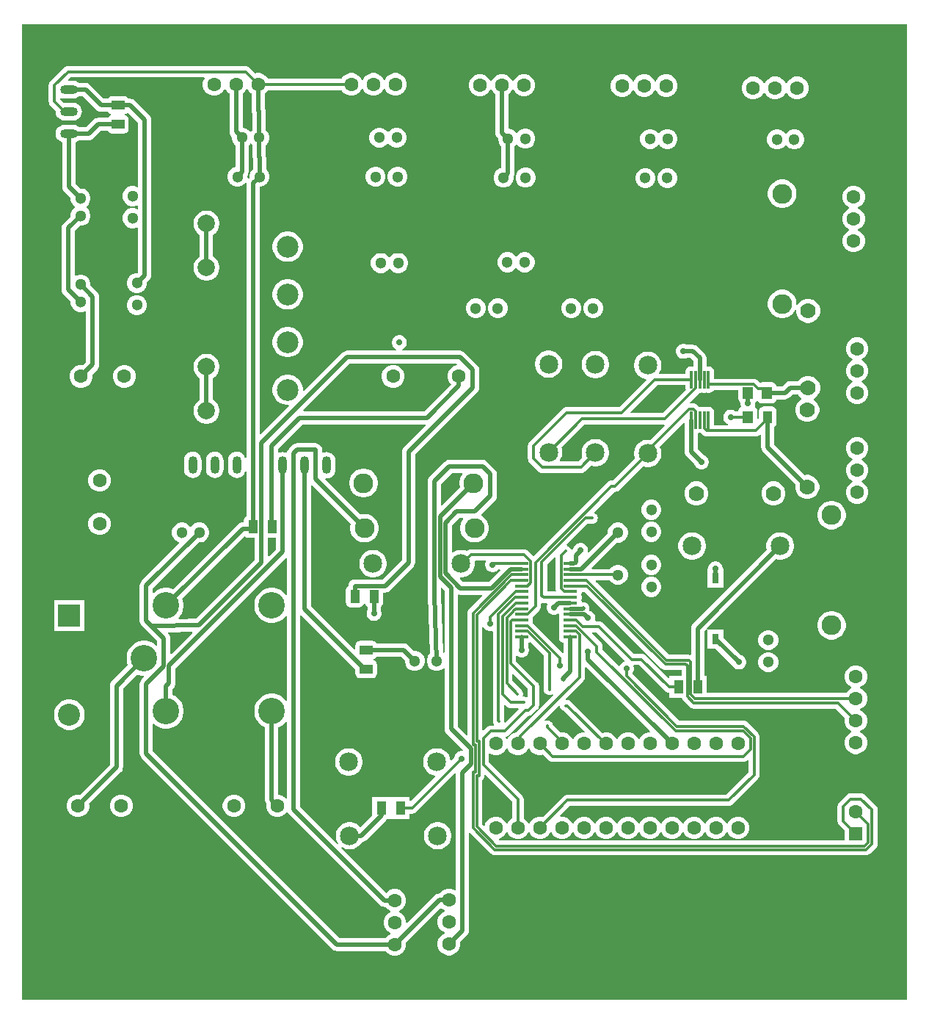
<source format=gtl>
G04*
G04 #@! TF.GenerationSoftware,Altium Limited,Altium Designer,23.7.1 (13)*
G04*
G04 Layer_Physical_Order=1*
G04 Layer_Color=255*
%FSLAX44Y44*%
%MOMM*%
G71*
G04*
G04 #@! TF.SameCoordinates,08080B6D-4C5C-4958-99E3-925CFEBC34A3*
G04*
G04*
G04 #@! TF.FilePolarity,Positive*
G04*
G01*
G75*
%ADD10C,0.3000*%
G04:AMPARAMS|DCode=18|XSize=0.3mm|YSize=2mm|CornerRadius=0.015mm|HoleSize=0mm|Usage=FLASHONLY|Rotation=0.000|XOffset=0mm|YOffset=0mm|HoleType=Round|Shape=RoundedRectangle|*
%AMROUNDEDRECTD18*
21,1,0.3000,1.9700,0,0,0.0*
21,1,0.2700,2.0000,0,0,0.0*
1,1,0.0300,0.1350,-0.9850*
1,1,0.0300,-0.1350,-0.9850*
1,1,0.0300,-0.1350,0.9850*
1,1,0.0300,0.1350,0.9850*
%
%ADD18ROUNDEDRECTD18*%
G04:AMPARAMS|DCode=19|XSize=1.2mm|YSize=1.425mm|CornerRadius=0.06mm|HoleSize=0mm|Usage=FLASHONLY|Rotation=0.000|XOffset=0mm|YOffset=0mm|HoleType=Round|Shape=RoundedRectangle|*
%AMROUNDEDRECTD19*
21,1,1.2000,1.3050,0,0,0.0*
21,1,1.0800,1.4250,0,0,0.0*
1,1,0.1200,0.5400,-0.6525*
1,1,0.1200,-0.5400,-0.6525*
1,1,0.1200,-0.5400,0.6525*
1,1,0.1200,0.5400,0.6525*
%
%ADD19ROUNDEDRECTD19*%
G04:AMPARAMS|DCode=20|XSize=0.3mm|YSize=1.6mm|CornerRadius=0.015mm|HoleSize=0mm|Usage=FLASHONLY|Rotation=270.000|XOffset=0mm|YOffset=0mm|HoleType=Round|Shape=RoundedRectangle|*
%AMROUNDEDRECTD20*
21,1,0.3000,1.5700,0,0,270.0*
21,1,0.2700,1.6000,0,0,270.0*
1,1,0.0300,-0.7850,-0.1350*
1,1,0.0300,-0.7850,0.1350*
1,1,0.0300,0.7850,0.1350*
1,1,0.0300,0.7850,-0.1350*
%
%ADD20ROUNDEDRECTD20*%
G04:AMPARAMS|DCode=21|XSize=1.5mm|YSize=1.1mm|CornerRadius=0.055mm|HoleSize=0mm|Usage=FLASHONLY|Rotation=270.000|XOffset=0mm|YOffset=0mm|HoleType=Round|Shape=RoundedRectangle|*
%AMROUNDEDRECTD21*
21,1,1.5000,0.9900,0,0,270.0*
21,1,1.3900,1.1000,0,0,270.0*
1,1,0.1100,-0.4950,-0.6950*
1,1,0.1100,-0.4950,0.6950*
1,1,0.1100,0.4950,0.6950*
1,1,0.1100,0.4950,-0.6950*
%
%ADD21ROUNDEDRECTD21*%
%ADD22R,0.8000X1.2000*%
G04:AMPARAMS|DCode=23|XSize=1.5mm|YSize=1.1mm|CornerRadius=0.055mm|HoleSize=0mm|Usage=FLASHONLY|Rotation=180.000|XOffset=0mm|YOffset=0mm|HoleType=Round|Shape=RoundedRectangle|*
%AMROUNDEDRECTD23*
21,1,1.5000,0.9900,0,0,180.0*
21,1,1.3900,1.1000,0,0,180.0*
1,1,0.1100,-0.6950,0.4950*
1,1,0.1100,0.6950,0.4950*
1,1,0.1100,0.6950,-0.4950*
1,1,0.1100,-0.6950,-0.4950*
%
%ADD23ROUNDEDRECTD23*%
%ADD24R,1.1000X1.5000*%
G04:AMPARAMS|DCode=25|XSize=1mm|YSize=1.425mm|CornerRadius=0.05mm|HoleSize=0mm|Usage=FLASHONLY|Rotation=0.000|XOffset=0mm|YOffset=0mm|HoleType=Round|Shape=RoundedRectangle|*
%AMROUNDEDRECTD25*
21,1,1.0000,1.3250,0,0,0.0*
21,1,0.9000,1.4250,0,0,0.0*
1,1,0.1000,0.4500,-0.6625*
1,1,0.1000,-0.4500,-0.6625*
1,1,0.1000,-0.4500,0.6625*
1,1,0.1000,0.4500,0.6625*
%
%ADD25ROUNDEDRECTD25*%
%ADD50C,0.5000*%
%ADD51C,1.6000*%
%ADD52C,1.3000*%
%ADD53C,2.1590*%
%ADD54C,1.7780*%
%ADD55C,2.2860*%
%ADD56O,1.0160X2.0320*%
%ADD57C,2.5000*%
%ADD58C,2.5400*%
%ADD59R,2.5400X2.5400*%
%ADD60C,2.0000*%
G04:AMPARAMS|DCode=61|XSize=1.6mm|YSize=1.6mm|CornerRadius=0.08mm|HoleSize=0mm|Usage=FLASHONLY|Rotation=90.000|XOffset=0mm|YOffset=0mm|HoleType=Round|Shape=RoundedRectangle|*
%AMROUNDEDRECTD61*
21,1,1.6000,1.4400,0,0,90.0*
21,1,1.4400,1.6000,0,0,90.0*
1,1,0.1600,0.7200,0.7200*
1,1,0.1600,0.7200,-0.7200*
1,1,0.1600,-0.7200,-0.7200*
1,1,0.1600,-0.7200,0.7200*
%
%ADD61ROUNDEDRECTD61*%
%ADD62O,2.0320X1.0160*%
%ADD63C,3.0480*%
%ADD64C,0.7000*%
G36*
X1658914Y181586D02*
X637586D01*
Y1305914D01*
X1658914D01*
Y181586D01*
D02*
G37*
%LPC*%
G36*
X1218292Y1248510D02*
X1214869D01*
X1211562Y1247624D01*
X1208598Y1245912D01*
X1206178Y1243492D01*
X1204564Y1240697D01*
X1203880Y1240606D01*
X1203197Y1240697D01*
X1201583Y1243492D01*
X1199162Y1245912D01*
X1196198Y1247624D01*
X1192892Y1248510D01*
X1189469D01*
X1186162Y1247624D01*
X1183198Y1245912D01*
X1180778Y1243492D01*
X1179164Y1240697D01*
X1178480Y1240606D01*
X1177797Y1240697D01*
X1176183Y1243492D01*
X1173762Y1245912D01*
X1170798Y1247624D01*
X1167492Y1248510D01*
X1164069D01*
X1160762Y1247624D01*
X1157798Y1245912D01*
X1155378Y1243492D01*
X1153666Y1240528D01*
X1152780Y1237221D01*
Y1233798D01*
X1153666Y1230492D01*
X1155378Y1227528D01*
X1157798Y1225107D01*
X1160762Y1223396D01*
X1164069Y1222510D01*
X1167492D01*
X1170798Y1223396D01*
X1173762Y1225107D01*
X1176183Y1227528D01*
X1177797Y1230323D01*
X1178480Y1230414D01*
X1179164Y1230323D01*
X1180778Y1227528D01*
X1183198Y1225107D01*
X1183615Y1224866D01*
Y1180900D01*
X1183873Y1178942D01*
X1184629Y1177117D01*
X1185831Y1175551D01*
X1186580Y1174802D01*
Y1172486D01*
X1187364Y1169561D01*
X1188878Y1166939D01*
X1190515Y1165302D01*
Y1140213D01*
X1188661Y1139716D01*
X1186039Y1138202D01*
X1183898Y1136061D01*
X1182384Y1133439D01*
X1181600Y1130514D01*
Y1127486D01*
X1182384Y1124561D01*
X1183898Y1121939D01*
X1186039Y1119798D01*
X1188661Y1118284D01*
X1191586Y1117500D01*
X1194614D01*
X1197539Y1118284D01*
X1200161Y1119798D01*
X1202302Y1121939D01*
X1203816Y1124561D01*
X1204600Y1127486D01*
Y1130157D01*
X1204631Y1130198D01*
X1205387Y1132022D01*
X1205645Y1133980D01*
X1205645Y1133980D01*
Y1165302D01*
X1207282Y1166939D01*
X1207445Y1167221D01*
X1208715D01*
X1208878Y1166939D01*
X1211019Y1164798D01*
X1213642Y1163284D01*
X1216566Y1162500D01*
X1219594D01*
X1222519Y1163284D01*
X1225142Y1164798D01*
X1227283Y1166939D01*
X1228797Y1169561D01*
X1229580Y1172486D01*
Y1175514D01*
X1228797Y1178439D01*
X1227283Y1181061D01*
X1225142Y1183203D01*
X1222519Y1184716D01*
X1219594Y1185500D01*
X1216566D01*
X1213642Y1184716D01*
X1211019Y1183203D01*
X1208878Y1181061D01*
X1208715Y1180779D01*
X1207445D01*
X1207282Y1181061D01*
X1205141Y1183203D01*
X1202519Y1184716D01*
X1199594Y1185500D01*
X1198745D01*
Y1224866D01*
X1199162Y1225107D01*
X1201583Y1227528D01*
X1203197Y1230323D01*
X1203880Y1230414D01*
X1204564Y1230323D01*
X1206178Y1227528D01*
X1208598Y1225107D01*
X1211562Y1223396D01*
X1214869Y1222510D01*
X1218292D01*
X1221598Y1223396D01*
X1224562Y1225107D01*
X1226983Y1227528D01*
X1228694Y1230492D01*
X1229580Y1233798D01*
Y1237221D01*
X1228694Y1240528D01*
X1226983Y1243492D01*
X1224562Y1245912D01*
X1221598Y1247624D01*
X1218292Y1248510D01*
D02*
G37*
G36*
X1382359Y1248010D02*
X1378936D01*
X1375630Y1247124D01*
X1372665Y1245413D01*
X1370245Y1242992D01*
X1368631Y1240197D01*
X1367948Y1240106D01*
X1367264Y1240197D01*
X1365650Y1242992D01*
X1363230Y1245413D01*
X1360265Y1247124D01*
X1356959Y1248010D01*
X1353536D01*
X1350230Y1247124D01*
X1347265Y1245413D01*
X1344845Y1242992D01*
X1343231Y1240197D01*
X1342547Y1240106D01*
X1341864Y1240197D01*
X1340250Y1242992D01*
X1337830Y1245413D01*
X1334865Y1247124D01*
X1331559Y1248010D01*
X1328136D01*
X1324830Y1247124D01*
X1321865Y1245413D01*
X1319445Y1242992D01*
X1317733Y1240028D01*
X1316848Y1236721D01*
Y1233298D01*
X1317733Y1229992D01*
X1319445Y1227028D01*
X1321865Y1224607D01*
X1324830Y1222896D01*
X1328136Y1222010D01*
X1331559D01*
X1334865Y1222896D01*
X1337830Y1224607D01*
X1340250Y1227028D01*
X1341864Y1229823D01*
X1342547Y1229914D01*
X1343231Y1229823D01*
X1344845Y1227028D01*
X1347265Y1224607D01*
X1350230Y1222896D01*
X1353536Y1222010D01*
X1356959D01*
X1360265Y1222896D01*
X1363230Y1224607D01*
X1365650Y1227028D01*
X1367264Y1229823D01*
X1367948Y1229914D01*
X1368631Y1229823D01*
X1370245Y1227028D01*
X1372665Y1224607D01*
X1375630Y1222896D01*
X1378936Y1222010D01*
X1382359D01*
X1385665Y1222896D01*
X1388630Y1224607D01*
X1391050Y1227028D01*
X1392762Y1229992D01*
X1393647Y1233298D01*
Y1236721D01*
X1392762Y1240028D01*
X1391050Y1242992D01*
X1388630Y1245413D01*
X1385665Y1247124D01*
X1382359Y1248010D01*
D02*
G37*
G36*
X1533562Y1245300D02*
X1530139D01*
X1526832Y1244414D01*
X1523868Y1242702D01*
X1521448Y1240282D01*
X1519834Y1237487D01*
X1519150Y1237396D01*
X1518467Y1237487D01*
X1516853Y1240282D01*
X1514432Y1242702D01*
X1511468Y1244414D01*
X1508162Y1245300D01*
X1504739D01*
X1501432Y1244414D01*
X1498468Y1242702D01*
X1496048Y1240282D01*
X1494434Y1237487D01*
X1493750Y1237396D01*
X1493067Y1237487D01*
X1491453Y1240282D01*
X1489032Y1242702D01*
X1486068Y1244414D01*
X1482762Y1245300D01*
X1479339D01*
X1476032Y1244414D01*
X1473068Y1242702D01*
X1470648Y1240282D01*
X1468936Y1237318D01*
X1468050Y1234011D01*
Y1230588D01*
X1468936Y1227282D01*
X1470648Y1224318D01*
X1473068Y1221897D01*
X1476032Y1220186D01*
X1479339Y1219300D01*
X1482762D01*
X1486068Y1220186D01*
X1489032Y1221897D01*
X1491453Y1224318D01*
X1493067Y1227113D01*
X1493750Y1227204D01*
X1494434Y1227113D01*
X1496048Y1224318D01*
X1498468Y1221897D01*
X1501432Y1220186D01*
X1504739Y1219300D01*
X1508162D01*
X1511468Y1220186D01*
X1514432Y1221897D01*
X1516853Y1224318D01*
X1518467Y1227113D01*
X1519150Y1227204D01*
X1519834Y1227113D01*
X1521448Y1224318D01*
X1523868Y1221897D01*
X1526832Y1220186D01*
X1530139Y1219300D01*
X1533562D01*
X1536868Y1220186D01*
X1539832Y1221897D01*
X1542253Y1224318D01*
X1543964Y1227282D01*
X1544850Y1230588D01*
Y1234011D01*
X1543964Y1237318D01*
X1542253Y1240282D01*
X1539832Y1242702D01*
X1536868Y1244414D01*
X1533562Y1245300D01*
D02*
G37*
G36*
X895283Y1257566D02*
X690514D01*
X688817Y1257343D01*
X687236Y1256688D01*
X685878Y1255646D01*
X670134Y1239902D01*
X669092Y1238545D01*
X668438Y1236963D01*
X668214Y1235267D01*
Y1216650D01*
X668438Y1214953D01*
X669092Y1213372D01*
X670134Y1212014D01*
X676287Y1205861D01*
X676183Y1205070D01*
X676530Y1202439D01*
X677545Y1199986D01*
X679161Y1197881D01*
X681267Y1196265D01*
X683719Y1195249D01*
X686350Y1194903D01*
X696510D01*
X699142Y1195249D01*
X701594Y1196265D01*
X703699Y1197881D01*
X705315Y1199986D01*
X706331Y1202439D01*
X706677Y1205070D01*
X706331Y1207701D01*
X705315Y1210154D01*
X703699Y1212259D01*
X701594Y1213875D01*
X699142Y1214891D01*
X696510Y1215237D01*
X686350D01*
X685559Y1215133D01*
X681380Y1219312D01*
X681448Y1220478D01*
X682497Y1221156D01*
X683719Y1220649D01*
X686350Y1220303D01*
X696510D01*
X699142Y1220649D01*
X701594Y1221665D01*
X703210Y1222905D01*
X707559D01*
X723313Y1207151D01*
X724880Y1205949D01*
X726704Y1205193D01*
X728662Y1204935D01*
X728662Y1204935D01*
X736122D01*
X737049Y1203549D01*
X738885Y1202322D01*
X739762Y1202148D01*
Y1200853D01*
X738885Y1200678D01*
X737049Y1199451D01*
X736122Y1198065D01*
X725078D01*
X723120Y1197807D01*
X721296Y1197051D01*
X719729Y1195849D01*
X719729Y1195849D01*
X711115Y1187235D01*
X703210D01*
X701594Y1188475D01*
X699142Y1189491D01*
X696510Y1189837D01*
X686350D01*
X683719Y1189491D01*
X681267Y1188475D01*
X679161Y1186859D01*
X677545Y1184753D01*
X676530Y1182301D01*
X676183Y1179670D01*
X676530Y1177039D01*
X677545Y1174586D01*
X679161Y1172481D01*
X681267Y1170865D01*
X683719Y1169849D01*
X683866Y1169830D01*
Y1118570D01*
X684123Y1116612D01*
X684879Y1114787D01*
X686081Y1113221D01*
X693500Y1105802D01*
Y1103486D01*
X694284Y1100561D01*
X695798Y1097939D01*
X697939Y1095798D01*
X698221Y1095635D01*
Y1094365D01*
X697939Y1094202D01*
X695798Y1092061D01*
X694284Y1089439D01*
X693500Y1086514D01*
Y1084198D01*
X685531Y1076229D01*
X684329Y1074663D01*
X683573Y1072838D01*
X683315Y1070880D01*
Y999880D01*
X683573Y997922D01*
X684329Y996097D01*
X685531Y994531D01*
X693500Y986562D01*
Y984246D01*
X694284Y981321D01*
X695798Y978699D01*
X697939Y976557D01*
X700561Y975043D01*
X703486Y974260D01*
X706514D01*
X709439Y975043D01*
X710409Y975604D01*
X711509Y974969D01*
Y916707D01*
X707677Y912875D01*
X707212Y913000D01*
X703789D01*
X700482Y912114D01*
X697518Y910403D01*
X695098Y907982D01*
X693386Y905018D01*
X692500Y901712D01*
Y898289D01*
X693386Y894982D01*
X695098Y892018D01*
X697518Y889598D01*
X700482Y887886D01*
X703789Y887000D01*
X707212D01*
X710518Y887886D01*
X713482Y889598D01*
X715903Y892018D01*
X717614Y894982D01*
X718500Y898289D01*
Y901712D01*
X718375Y902177D01*
X724423Y908225D01*
X724423Y908225D01*
X725625Y909792D01*
X726381Y911616D01*
X726639Y913574D01*
X726639Y913574D01*
Y991685D01*
X726639Y991686D01*
X726381Y993643D01*
X725625Y995468D01*
X724423Y997035D01*
X724423Y997035D01*
X716500Y1004958D01*
Y1007274D01*
X715716Y1010199D01*
X714202Y1012821D01*
X712061Y1014962D01*
X709439Y1016476D01*
X706514Y1017260D01*
X703486D01*
X700561Y1016476D01*
X699545Y1015889D01*
X698445Y1016524D01*
Y1067747D01*
X704198Y1073500D01*
X706514D01*
X709439Y1074284D01*
X712061Y1075798D01*
X714202Y1077939D01*
X715716Y1080561D01*
X716500Y1083486D01*
Y1086514D01*
X715716Y1089439D01*
X714202Y1092061D01*
X712061Y1094202D01*
X711779Y1094365D01*
Y1095635D01*
X712061Y1095798D01*
X714202Y1097939D01*
X715716Y1100561D01*
X716500Y1103486D01*
Y1106514D01*
X715716Y1109439D01*
X714202Y1112061D01*
X712061Y1114202D01*
X709439Y1115716D01*
X706514Y1116500D01*
X704198D01*
X698995Y1121703D01*
Y1169830D01*
X699142Y1169849D01*
X701594Y1170865D01*
X703210Y1172105D01*
X714248D01*
X716206Y1172363D01*
X718030Y1173119D01*
X719597Y1174321D01*
X728211Y1182935D01*
X736122D01*
X737049Y1181549D01*
X738885Y1180322D01*
X741050Y1179891D01*
X754950D01*
X757115Y1180322D01*
X758951Y1181549D01*
X760178Y1183385D01*
X760609Y1185550D01*
Y1195450D01*
X760178Y1197616D01*
X758951Y1199451D01*
X757115Y1200678D01*
X756238Y1200853D01*
Y1202148D01*
X757115Y1202322D01*
X758951Y1203549D01*
X760136Y1203665D01*
X771453Y1192349D01*
Y1118523D01*
X770353Y1117888D01*
X769439Y1118416D01*
X766514Y1119200D01*
X763486D01*
X760561Y1118416D01*
X757939Y1116902D01*
X755798Y1114761D01*
X754284Y1112139D01*
X753500Y1109214D01*
Y1106186D01*
X754284Y1103261D01*
X755798Y1100639D01*
X757939Y1098498D01*
X760561Y1096984D01*
X763486Y1096200D01*
X766514D01*
X769439Y1096984D01*
X770353Y1097512D01*
X771453Y1096877D01*
Y1093123D01*
X770353Y1092488D01*
X769439Y1093016D01*
X766514Y1093800D01*
X763486D01*
X760561Y1093016D01*
X757939Y1091502D01*
X755798Y1089361D01*
X754284Y1086739D01*
X753500Y1083814D01*
Y1080786D01*
X754284Y1077861D01*
X755798Y1075239D01*
X757939Y1073098D01*
X760561Y1071584D01*
X763486Y1070800D01*
X766514D01*
X769439Y1071584D01*
X770353Y1072112D01*
X771453Y1071477D01*
Y1019650D01*
X770802Y1018999D01*
X768486D01*
X765561Y1018215D01*
X762939Y1016701D01*
X760798Y1014560D01*
X759284Y1011937D01*
X758500Y1009013D01*
Y1005985D01*
X759284Y1003060D01*
X760798Y1000437D01*
X762939Y998296D01*
X765561Y996782D01*
X768486Y995999D01*
X771514D01*
X774439Y996782D01*
X777061Y998296D01*
X779202Y1000437D01*
X780716Y1003060D01*
X781500Y1005985D01*
Y1008300D01*
X784367Y1011168D01*
X784367Y1011168D01*
X785569Y1012734D01*
X786325Y1014559D01*
X786583Y1016517D01*
Y1195482D01*
X786325Y1197440D01*
X785569Y1199264D01*
X784367Y1200831D01*
X767349Y1217849D01*
X765782Y1219051D01*
X763958Y1219807D01*
X762000Y1220065D01*
X759878D01*
X758951Y1221451D01*
X757115Y1222678D01*
X754950Y1223109D01*
X741050D01*
X738885Y1222678D01*
X737049Y1221451D01*
X736122Y1220065D01*
X731795D01*
X716041Y1235819D01*
X714474Y1237021D01*
X712650Y1237777D01*
X710692Y1238035D01*
X703210D01*
X701594Y1239275D01*
X699142Y1240291D01*
X696510Y1240637D01*
X691072D01*
X690586Y1241810D01*
X693229Y1244454D01*
X847288D01*
X847923Y1243354D01*
X846869Y1241528D01*
X845983Y1238222D01*
Y1234799D01*
X846869Y1231492D01*
X848580Y1228528D01*
X851001Y1226107D01*
X853965Y1224396D01*
X857271Y1223510D01*
X860694D01*
X864001Y1224396D01*
X866965Y1226107D01*
X869385Y1228528D01*
X870999Y1231323D01*
X871683Y1231414D01*
X872366Y1231323D01*
X873980Y1228528D01*
X876401Y1226107D01*
X876818Y1225866D01*
Y1181900D01*
X877076Y1179942D01*
X877832Y1178117D01*
X879034Y1176551D01*
X879782Y1175802D01*
Y1173486D01*
X880566Y1170561D01*
X882080Y1167939D01*
X883718Y1166301D01*
Y1141294D01*
X881561Y1140716D01*
X878939Y1139202D01*
X876798Y1137061D01*
X875284Y1134439D01*
X874500Y1131514D01*
Y1128486D01*
X875284Y1125561D01*
X876798Y1122939D01*
X878939Y1120798D01*
X881561Y1119284D01*
X884486Y1118500D01*
X887514D01*
X890439Y1119284D01*
X893061Y1120798D01*
X895202Y1122939D01*
X896435Y1122600D01*
Y805954D01*
X895221Y805711D01*
X894205Y808163D01*
X892589Y810269D01*
X890484Y811885D01*
X888032Y812900D01*
X885400Y813247D01*
X882769Y812900D01*
X880317Y811885D01*
X878211Y810269D01*
X876596Y808163D01*
X875580Y805711D01*
X875233Y803080D01*
Y792920D01*
X875580Y790288D01*
X876596Y787836D01*
X878211Y785731D01*
X880317Y784115D01*
X882769Y783099D01*
X885400Y782753D01*
X888032Y783099D01*
X890484Y784115D01*
X892589Y785731D01*
X894205Y787836D01*
X895221Y790288D01*
X896435Y790046D01*
Y738378D01*
X895049Y737451D01*
X893822Y735615D01*
X893391Y733450D01*
Y732449D01*
X892280Y732065D01*
X890322Y731807D01*
X888497Y731051D01*
X886931Y729849D01*
X811666Y654585D01*
X809644Y655422D01*
X805733Y656200D01*
X801746D01*
X797836Y655422D01*
X794153Y653897D01*
X790838Y651682D01*
X789534Y650378D01*
X788361Y650864D01*
Y655663D01*
X841198Y708500D01*
X843514D01*
X846439Y709284D01*
X849061Y710798D01*
X851202Y712939D01*
X852716Y715561D01*
X853500Y718486D01*
Y721514D01*
X852716Y724439D01*
X851202Y727061D01*
X849061Y729202D01*
X846439Y730716D01*
X843514Y731500D01*
X840486D01*
X837561Y730716D01*
X834939Y729202D01*
X832798Y727061D01*
X832635Y726779D01*
X831365D01*
X831202Y727061D01*
X829061Y729202D01*
X826439Y730716D01*
X823514Y731500D01*
X820486D01*
X817561Y730716D01*
X814939Y729202D01*
X812798Y727061D01*
X811284Y724439D01*
X810500Y721514D01*
Y718486D01*
X811284Y715561D01*
X812798Y712939D01*
X814939Y710798D01*
X817561Y709284D01*
X818720Y708973D01*
X819048Y707747D01*
X775447Y664145D01*
X774245Y662579D01*
X773489Y660754D01*
X773231Y658796D01*
Y617946D01*
X773489Y615988D01*
X774245Y614164D01*
X775447Y612597D01*
X781144Y606900D01*
X793515Y594529D01*
Y590108D01*
X792342Y589622D01*
X791242Y590722D01*
X787927Y592937D01*
X784244Y594462D01*
X780333Y595240D01*
X776346D01*
X772436Y594462D01*
X768753Y592937D01*
X765438Y590722D01*
X762618Y587902D01*
X760403Y584587D01*
X758878Y580904D01*
X758100Y576994D01*
Y573007D01*
X758878Y569096D01*
X759715Y567074D01*
X741157Y548515D01*
X739955Y546949D01*
X739199Y545124D01*
X738941Y543166D01*
Y452639D01*
X704177Y417875D01*
X703712Y418000D01*
X700289D01*
X696982Y417114D01*
X694018Y415402D01*
X691598Y412982D01*
X689886Y410018D01*
X689000Y406711D01*
Y403288D01*
X689886Y399982D01*
X691598Y397018D01*
X694018Y394597D01*
X696982Y392886D01*
X700289Y392000D01*
X703712D01*
X707018Y392886D01*
X709982Y394597D01*
X712403Y397018D01*
X714114Y399982D01*
X715000Y403288D01*
Y406711D01*
X714875Y407177D01*
X751855Y444157D01*
X753057Y445723D01*
X753813Y447548D01*
X754071Y449506D01*
Y540033D01*
X770414Y556376D01*
X772436Y555538D01*
X776346Y554760D01*
X777902D01*
X778388Y553587D01*
X775447Y550646D01*
X774245Y549079D01*
X773489Y547255D01*
X773231Y545297D01*
Y465074D01*
X773489Y463116D01*
X774245Y461292D01*
X775447Y459725D01*
X995421Y239751D01*
X996988Y238549D01*
X998812Y237793D01*
X1000770Y237535D01*
X1056856D01*
X1057097Y237118D01*
X1059518Y234697D01*
X1062482Y232986D01*
X1065788Y232100D01*
X1069212D01*
X1072518Y232986D01*
X1075482Y234697D01*
X1077903Y237118D01*
X1079614Y240082D01*
X1080500Y243388D01*
Y246811D01*
X1080375Y247277D01*
X1120557Y287458D01*
X1122018Y285998D01*
X1124813Y284384D01*
X1124904Y283700D01*
X1124813Y283017D01*
X1122018Y281403D01*
X1119597Y278982D01*
X1117886Y276018D01*
X1117000Y272712D01*
Y269289D01*
X1117886Y265982D01*
X1119597Y263018D01*
X1122018Y260598D01*
X1124813Y258984D01*
X1124904Y258300D01*
X1124813Y257617D01*
X1122018Y256003D01*
X1119597Y253582D01*
X1117886Y250618D01*
X1117000Y247312D01*
Y243889D01*
X1117886Y240582D01*
X1119597Y237618D01*
X1122018Y235198D01*
X1124982Y233486D01*
X1128288Y232600D01*
X1131711D01*
X1135018Y233486D01*
X1137982Y235198D01*
X1140402Y237618D01*
X1142114Y240582D01*
X1143000Y243889D01*
Y247312D01*
X1142875Y247777D01*
X1150889Y255791D01*
X1152091Y257358D01*
X1152847Y259183D01*
X1153105Y261140D01*
Y373365D01*
X1154375Y373891D01*
X1178402Y349864D01*
X1179760Y348822D01*
X1181341Y348167D01*
X1183037Y347944D01*
X1611381D01*
X1613077Y348167D01*
X1614659Y348822D01*
X1616016Y349864D01*
X1622636Y356484D01*
X1623678Y357841D01*
X1624332Y359423D01*
X1624556Y361119D01*
Y400406D01*
X1624332Y402103D01*
X1623678Y403684D01*
X1622636Y405042D01*
X1610142Y417536D01*
X1608784Y418578D01*
X1607203Y419232D01*
X1605506Y419456D01*
X1593494D01*
X1591797Y419232D01*
X1590216Y418578D01*
X1588858Y417536D01*
X1580364Y409042D01*
X1579322Y407684D01*
X1578667Y406103D01*
X1578444Y404406D01*
Y387500D01*
X1578667Y385803D01*
X1579322Y384222D01*
X1580364Y382864D01*
X1586386Y376842D01*
Y365800D01*
X1585776Y365056D01*
X1187904D01*
X1187437Y365623D01*
X1187865Y367023D01*
X1189218Y367386D01*
X1192182Y369097D01*
X1194603Y371518D01*
X1196217Y374313D01*
X1196900Y374404D01*
X1197584Y374313D01*
X1199198Y371518D01*
X1201618Y369097D01*
X1204583Y367386D01*
X1207889Y366500D01*
X1211312D01*
X1214618Y367386D01*
X1217582Y369097D01*
X1220003Y371518D01*
X1221617Y374313D01*
X1222300Y374404D01*
X1222984Y374313D01*
X1224598Y371518D01*
X1227018Y369097D01*
X1229983Y367386D01*
X1233289Y366500D01*
X1236712D01*
X1240018Y367386D01*
X1242982Y369097D01*
X1245403Y371518D01*
X1247017Y374313D01*
X1247700Y374404D01*
X1248384Y374313D01*
X1249998Y371518D01*
X1252418Y369097D01*
X1255383Y367386D01*
X1258689Y366500D01*
X1262112D01*
X1265418Y367386D01*
X1268382Y369097D01*
X1270803Y371518D01*
X1272417Y374313D01*
X1273100Y374404D01*
X1273784Y374313D01*
X1275398Y371518D01*
X1277818Y369097D01*
X1280782Y367386D01*
X1284089Y366500D01*
X1287512D01*
X1290818Y367386D01*
X1293783Y369097D01*
X1296203Y371518D01*
X1297817Y374313D01*
X1298500Y374404D01*
X1299184Y374313D01*
X1300798Y371518D01*
X1303218Y369097D01*
X1306183Y367386D01*
X1309489Y366500D01*
X1312912D01*
X1316218Y367386D01*
X1319182Y369097D01*
X1321603Y371518D01*
X1323217Y374313D01*
X1323900Y374404D01*
X1324584Y374313D01*
X1326198Y371518D01*
X1328618Y369097D01*
X1331582Y367386D01*
X1334889Y366500D01*
X1338312D01*
X1341618Y367386D01*
X1344583Y369097D01*
X1347003Y371518D01*
X1348617Y374313D01*
X1349300Y374404D01*
X1349984Y374313D01*
X1351598Y371518D01*
X1354018Y369097D01*
X1356983Y367386D01*
X1360289Y366500D01*
X1363712D01*
X1367018Y367386D01*
X1369982Y369097D01*
X1372403Y371518D01*
X1374017Y374313D01*
X1374700Y374404D01*
X1375384Y374313D01*
X1376998Y371518D01*
X1379418Y369097D01*
X1382383Y367386D01*
X1385689Y366500D01*
X1389112D01*
X1392418Y367386D01*
X1395383Y369097D01*
X1397803Y371518D01*
X1399417Y374313D01*
X1400100Y374404D01*
X1400784Y374313D01*
X1402398Y371518D01*
X1404818Y369097D01*
X1407782Y367386D01*
X1411089Y366500D01*
X1414512D01*
X1417818Y367386D01*
X1420782Y369097D01*
X1423203Y371518D01*
X1424817Y374313D01*
X1425500Y374404D01*
X1426184Y374313D01*
X1427798Y371518D01*
X1430218Y369097D01*
X1433183Y367386D01*
X1436489Y366500D01*
X1439912D01*
X1443218Y367386D01*
X1446183Y369097D01*
X1448603Y371518D01*
X1450217Y374313D01*
X1450900Y374404D01*
X1451584Y374313D01*
X1453198Y371518D01*
X1455618Y369097D01*
X1458582Y367386D01*
X1461889Y366500D01*
X1465312D01*
X1468618Y367386D01*
X1471582Y369097D01*
X1474003Y371518D01*
X1475714Y374482D01*
X1476600Y377788D01*
Y381211D01*
X1475714Y384518D01*
X1474003Y387482D01*
X1471582Y389902D01*
X1468618Y391614D01*
X1465312Y392500D01*
X1461889D01*
X1458582Y391614D01*
X1455618Y389902D01*
X1453198Y387482D01*
X1451584Y384687D01*
X1450900Y384596D01*
X1450217Y384687D01*
X1448603Y387482D01*
X1446183Y389902D01*
X1443218Y391614D01*
X1439912Y392500D01*
X1436489D01*
X1433183Y391614D01*
X1430218Y389902D01*
X1427798Y387482D01*
X1426184Y384687D01*
X1425500Y384596D01*
X1424817Y384687D01*
X1423203Y387482D01*
X1420782Y389902D01*
X1417818Y391614D01*
X1414512Y392500D01*
X1411089D01*
X1407782Y391614D01*
X1404818Y389902D01*
X1402398Y387482D01*
X1400784Y384687D01*
X1400100Y384596D01*
X1399417Y384687D01*
X1397803Y387482D01*
X1395383Y389902D01*
X1392418Y391614D01*
X1389112Y392500D01*
X1385689D01*
X1382383Y391614D01*
X1379418Y389902D01*
X1376998Y387482D01*
X1375384Y384687D01*
X1374700Y384596D01*
X1374017Y384687D01*
X1372403Y387482D01*
X1369982Y389902D01*
X1367018Y391614D01*
X1363712Y392500D01*
X1360289D01*
X1356983Y391614D01*
X1354018Y389902D01*
X1351598Y387482D01*
X1349984Y384687D01*
X1349300Y384596D01*
X1348617Y384687D01*
X1347003Y387482D01*
X1344583Y389902D01*
X1341618Y391614D01*
X1338312Y392500D01*
X1334889D01*
X1331582Y391614D01*
X1328618Y389902D01*
X1326198Y387482D01*
X1324584Y384687D01*
X1323900Y384596D01*
X1323217Y384687D01*
X1321603Y387482D01*
X1319182Y389902D01*
X1316218Y391614D01*
X1312912Y392500D01*
X1309489D01*
X1306183Y391614D01*
X1303218Y389902D01*
X1300798Y387482D01*
X1299184Y384687D01*
X1298500Y384596D01*
X1297817Y384687D01*
X1296203Y387482D01*
X1293783Y389902D01*
X1290818Y391614D01*
X1287512Y392500D01*
X1284089D01*
X1280782Y391614D01*
X1277818Y389902D01*
X1275398Y387482D01*
X1273784Y384687D01*
X1273100Y384596D01*
X1272417Y384687D01*
X1270803Y387482D01*
X1268382Y389902D01*
X1265418Y391614D01*
X1262112Y392500D01*
X1259068D01*
X1258438Y393666D01*
X1269638Y404866D01*
X1452665D01*
X1454362Y405089D01*
X1455943Y405744D01*
X1457301Y406786D01*
X1486736Y436221D01*
X1487777Y437579D01*
X1488145Y438466D01*
X1488432Y439160D01*
X1488656Y440857D01*
Y484163D01*
X1488432Y485860D01*
X1487777Y487441D01*
X1486736Y488799D01*
X1474399Y501136D01*
X1473041Y502178D01*
X1471460Y502833D01*
X1469763Y503056D01*
X1395716D01*
X1342228Y556544D01*
X1341802Y557781D01*
X1342921Y559719D01*
X1343500Y561881D01*
Y564119D01*
X1343016Y565924D01*
X1343699Y567194D01*
X1349676D01*
X1379506Y537364D01*
X1380864Y536322D01*
X1382445Y535667D01*
X1384142Y535444D01*
X1384500D01*
Y529500D01*
X1398641D01*
X1398667Y529303D01*
X1399322Y527722D01*
X1400364Y526364D01*
X1407864Y518864D01*
X1409222Y517822D01*
X1410803Y517167D01*
X1412500Y516944D01*
X1576284D01*
X1586926Y506302D01*
X1586500Y504711D01*
Y501288D01*
X1587386Y497982D01*
X1589097Y495018D01*
X1591518Y492597D01*
X1594313Y490983D01*
X1594404Y490300D01*
X1594313Y489616D01*
X1591518Y488002D01*
X1589097Y485582D01*
X1587386Y482618D01*
X1586500Y479311D01*
Y475888D01*
X1587386Y472582D01*
X1589097Y469618D01*
X1591518Y467197D01*
X1594482Y465486D01*
X1597789Y464600D01*
X1601212D01*
X1604518Y465486D01*
X1607482Y467197D01*
X1609902Y469618D01*
X1611614Y472582D01*
X1612500Y475888D01*
Y479311D01*
X1611614Y482618D01*
X1609902Y485582D01*
X1607482Y488002D01*
X1604687Y489616D01*
X1604596Y490300D01*
X1604687Y490983D01*
X1607482Y492597D01*
X1609902Y495018D01*
X1611614Y497982D01*
X1612500Y501288D01*
Y504711D01*
X1611614Y508018D01*
X1609902Y510982D01*
X1607482Y513402D01*
X1604687Y515016D01*
X1604596Y515700D01*
X1604687Y516383D01*
X1607482Y517997D01*
X1609902Y520418D01*
X1611614Y523382D01*
X1612500Y526688D01*
Y530111D01*
X1611614Y533418D01*
X1609902Y536382D01*
X1607482Y538802D01*
X1604687Y540416D01*
X1604596Y541100D01*
X1604687Y541783D01*
X1607482Y543397D01*
X1609902Y545818D01*
X1611614Y548782D01*
X1612500Y552088D01*
Y555511D01*
X1611614Y558818D01*
X1609902Y561782D01*
X1607482Y564202D01*
X1604518Y565914D01*
X1601212Y566800D01*
X1597789D01*
X1594482Y565914D01*
X1591518Y564202D01*
X1589097Y561782D01*
X1587386Y558818D01*
X1586500Y555511D01*
Y552088D01*
X1587386Y548782D01*
X1589097Y545818D01*
X1591518Y543397D01*
X1594313Y541783D01*
X1594404Y541100D01*
X1594313Y540416D01*
X1591518Y538802D01*
X1589097Y536382D01*
X1588274Y534956D01*
X1427500D01*
Y554500D01*
X1424565D01*
Y606266D01*
X1427535Y609237D01*
X1428500Y608405D01*
X1428500Y607269D01*
Y586500D01*
X1437802D01*
X1456394Y567907D01*
X1456579Y567219D01*
X1457698Y565281D01*
X1459280Y563699D01*
X1461219Y562579D01*
X1463380Y562000D01*
X1465618D01*
X1467780Y562579D01*
X1469719Y563699D01*
X1471301Y565281D01*
X1472420Y567219D01*
X1473000Y569381D01*
Y571619D01*
X1472420Y573781D01*
X1471301Y575719D01*
X1469719Y577302D01*
X1467780Y578421D01*
X1467093Y578605D01*
X1446500Y599198D01*
Y608500D01*
X1429766D01*
X1428594Y608500D01*
X1427763Y609465D01*
X1507591Y689293D01*
X1510544Y688705D01*
X1513656D01*
X1516707Y689312D01*
X1519582Y690503D01*
X1522169Y692231D01*
X1524369Y694431D01*
X1526097Y697018D01*
X1527288Y699893D01*
X1527895Y702944D01*
Y706056D01*
X1527288Y709107D01*
X1526097Y711982D01*
X1524369Y714569D01*
X1522169Y716769D01*
X1519582Y718497D01*
X1516707Y719688D01*
X1513656Y720295D01*
X1510544D01*
X1507493Y719688D01*
X1504618Y718497D01*
X1502031Y716769D01*
X1499831Y714569D01*
X1498103Y711982D01*
X1496912Y709107D01*
X1496305Y706056D01*
Y702944D01*
X1496893Y699991D01*
X1411651Y614749D01*
X1410449Y613182D01*
X1409693Y611358D01*
X1409435Y609400D01*
Y579837D01*
X1408165Y578870D01*
X1407243Y578991D01*
X1383816D01*
X1299286Y663521D01*
X1299773Y664694D01*
X1315420D01*
X1315798Y664039D01*
X1317939Y661898D01*
X1320561Y660384D01*
X1323486Y659600D01*
X1326514D01*
X1329439Y660384D01*
X1332061Y661898D01*
X1334202Y664039D01*
X1335716Y666661D01*
X1336500Y669586D01*
Y672614D01*
X1335716Y675539D01*
X1334202Y678161D01*
X1332061Y680302D01*
X1329439Y681816D01*
X1326514Y682600D01*
X1323486D01*
X1320561Y681816D01*
X1317939Y680302D01*
X1315798Y678161D01*
X1315593Y677806D01*
X1295264D01*
X1294778Y678979D01*
X1324198Y708400D01*
X1326514D01*
X1329439Y709184D01*
X1332061Y710698D01*
X1334202Y712839D01*
X1335716Y715461D01*
X1336500Y718386D01*
Y721414D01*
X1335716Y724339D01*
X1334202Y726961D01*
X1332061Y729102D01*
X1329439Y730616D01*
X1326514Y731400D01*
X1323486D01*
X1320561Y730616D01*
X1317939Y729102D01*
X1315798Y726961D01*
X1314284Y724339D01*
X1313500Y721414D01*
Y719098D01*
X1291460Y697058D01*
X1290322Y697716D01*
X1290500Y698381D01*
Y700619D01*
X1289921Y702781D01*
X1288802Y704719D01*
X1287219Y706302D01*
X1285281Y707421D01*
X1283119Y708000D01*
X1280881D01*
X1278719Y707421D01*
X1276781Y706302D01*
X1275198Y704719D01*
X1274079Y702781D01*
X1273697Y701354D01*
X1272153Y699810D01*
X1271241Y700021D01*
X1270782Y700236D01*
X1270177Y701696D01*
X1269136Y703054D01*
X1267778Y704096D01*
X1266536Y704610D01*
X1266053Y705924D01*
X1290216Y730086D01*
X1295142D01*
X1296839Y730310D01*
X1298420Y730965D01*
X1299778Y732006D01*
X1300820Y733364D01*
X1301475Y734945D01*
X1301698Y736642D01*
X1301475Y738339D01*
X1300820Y739920D01*
X1299778Y741278D01*
X1298420Y742320D01*
X1297943Y742517D01*
X1297645Y744016D01*
X1320358Y766729D01*
X1321785D01*
X1323482Y766953D01*
X1325063Y767607D01*
X1326421Y768649D01*
X1353967Y796196D01*
X1354893Y795812D01*
X1357944Y795205D01*
X1361056D01*
X1364107Y795812D01*
X1366982Y797003D01*
X1369569Y798731D01*
X1371769Y800931D01*
X1373497Y803518D01*
X1374688Y806393D01*
X1375295Y809445D01*
Y812556D01*
X1374688Y815607D01*
X1373497Y818482D01*
X1373120Y819046D01*
X1400762Y846688D01*
X1401935Y846202D01*
Y813000D01*
X1402193Y811042D01*
X1402949Y809218D01*
X1404151Y807651D01*
X1413279Y798523D01*
X1413463Y797835D01*
X1414582Y795897D01*
X1416165Y794314D01*
X1418103Y793195D01*
X1420265Y792616D01*
X1422503D01*
X1424665Y793195D01*
X1426603Y794314D01*
X1428186Y795897D01*
X1429305Y797835D01*
X1429884Y799997D01*
Y802235D01*
X1429305Y804397D01*
X1428186Y806335D01*
X1426603Y807918D01*
X1424665Y809037D01*
X1423977Y809221D01*
X1417065Y816134D01*
Y833864D01*
X1418046Y834670D01*
X1418150Y834649D01*
X1420382D01*
X1422416Y832614D01*
X1423774Y831572D01*
X1425355Y830917D01*
X1427052Y830694D01*
X1484375D01*
X1486072Y830917D01*
X1487653Y831572D01*
X1489011Y832614D01*
X1489262Y832865D01*
X1490435Y832379D01*
Y818000D01*
X1490693Y816042D01*
X1491449Y814218D01*
X1492651Y812651D01*
X1529898Y775404D01*
X1529610Y774329D01*
Y770671D01*
X1530557Y767139D01*
X1532385Y763971D01*
X1534971Y761385D01*
X1538139Y759556D01*
X1541671Y758610D01*
X1545329D01*
X1548861Y759556D01*
X1552029Y761385D01*
X1554615Y763971D01*
X1556443Y767139D01*
X1557390Y770671D01*
Y774329D01*
X1556443Y777861D01*
X1554615Y781029D01*
X1552029Y783615D01*
X1548861Y785443D01*
X1545329Y786390D01*
X1541671D01*
X1540596Y786102D01*
X1505565Y821133D01*
Y841808D01*
X1506465Y842410D01*
X1507681Y844229D01*
X1508108Y846375D01*
Y859625D01*
X1507681Y861771D01*
X1506465Y863590D01*
X1504646Y864806D01*
X1502500Y865233D01*
X1493500D01*
X1491354Y864806D01*
X1489535Y863590D01*
X1488319Y861771D01*
X1487892Y859625D01*
Y850480D01*
X1487379Y850086D01*
X1486109Y850712D01*
Y859525D01*
X1485675Y861710D01*
X1484437Y863562D01*
X1482585Y864800D01*
X1482904Y865795D01*
X1482921Y865824D01*
X1483500Y867986D01*
Y869811D01*
X1484437Y870438D01*
X1485254Y871660D01*
X1486746D01*
X1487563Y870438D01*
X1489415Y869200D01*
X1491600Y868765D01*
X1502400D01*
X1504585Y869200D01*
X1506437Y870438D01*
X1507675Y872290D01*
X1507903Y873435D01*
X1517904D01*
X1519862Y873693D01*
X1521686Y874449D01*
X1523253Y875651D01*
X1526638Y879035D01*
X1532829D01*
X1533385Y878072D01*
X1535971Y875485D01*
X1536944Y874924D01*
Y873654D01*
X1534971Y872515D01*
X1532385Y869929D01*
X1530557Y866761D01*
X1529610Y863229D01*
Y859571D01*
X1530557Y856039D01*
X1532385Y852871D01*
X1534971Y850285D01*
X1538139Y848456D01*
X1541671Y847510D01*
X1545329D01*
X1548861Y848456D01*
X1552029Y850285D01*
X1554615Y852871D01*
X1556443Y856039D01*
X1557390Y859571D01*
Y863229D01*
X1556443Y866761D01*
X1554615Y869929D01*
X1552029Y872515D01*
X1551056Y873076D01*
Y874346D01*
X1553029Y875485D01*
X1555615Y878072D01*
X1557443Y881239D01*
X1558390Y884772D01*
Y888429D01*
X1557443Y891962D01*
X1555615Y895129D01*
X1553029Y897715D01*
X1549861Y899544D01*
X1546328Y900490D01*
X1542671D01*
X1539138Y899544D01*
X1535971Y897715D01*
X1533385Y895129D01*
X1532829Y894165D01*
X1523504D01*
X1523504Y894165D01*
X1521546Y893907D01*
X1519722Y893151D01*
X1518155Y891949D01*
X1514771Y888565D01*
X1507903D01*
X1507675Y889710D01*
X1506437Y891562D01*
X1504585Y892800D01*
X1502400Y893235D01*
X1491600D01*
X1489415Y892800D01*
X1489087Y892581D01*
X1489000D01*
X1486320Y895261D01*
X1484962Y896303D01*
X1483381Y896958D01*
X1481684Y897181D01*
X1436101D01*
Y906100D01*
X1435701Y908110D01*
X1434563Y909813D01*
X1432859Y910951D01*
X1430850Y911351D01*
X1428150D01*
X1428046Y911330D01*
X1427065Y912136D01*
Y921100D01*
X1427065Y921100D01*
X1426807Y923058D01*
X1426051Y924882D01*
X1424849Y926449D01*
X1424849Y926449D01*
X1417071Y934227D01*
X1415504Y935429D01*
X1413680Y936185D01*
X1411722Y936443D01*
X1404347D01*
X1403731Y936799D01*
X1401569Y937378D01*
X1399331D01*
X1397169Y936799D01*
X1395231Y935680D01*
X1393648Y934097D01*
X1392529Y932159D01*
X1391950Y929997D01*
Y927759D01*
X1392529Y925597D01*
X1393648Y923659D01*
X1395231Y922076D01*
X1397169Y920957D01*
X1399331Y920378D01*
X1401569D01*
X1403731Y920957D01*
X1404347Y921313D01*
X1408588D01*
X1411935Y917966D01*
Y912136D01*
X1410953Y911330D01*
X1410850Y911351D01*
X1408150D01*
X1406140Y910951D01*
X1404437Y909813D01*
X1403299Y908110D01*
X1402899Y906100D01*
Y902806D01*
X1373299D01*
X1372701Y903926D01*
X1373497Y905118D01*
X1374688Y907993D01*
X1375295Y911044D01*
Y914156D01*
X1374688Y917207D01*
X1373497Y920082D01*
X1371769Y922669D01*
X1369569Y924869D01*
X1366982Y926598D01*
X1364107Y927788D01*
X1361056Y928395D01*
X1357944D01*
X1354893Y927788D01*
X1352018Y926598D01*
X1349431Y924869D01*
X1347231Y922669D01*
X1345503Y920082D01*
X1344312Y917207D01*
X1343705Y914156D01*
Y911044D01*
X1344312Y907993D01*
X1345503Y905118D01*
X1347231Y902531D01*
X1349431Y900331D01*
X1352018Y898603D01*
X1354893Y897412D01*
X1357237Y896946D01*
X1357655Y895568D01*
X1326600Y864513D01*
X1265998D01*
X1264301Y864289D01*
X1262720Y863634D01*
X1261362Y862592D01*
X1223069Y824299D01*
X1222027Y822942D01*
X1221372Y821360D01*
X1221149Y819664D01*
Y805336D01*
X1221372Y803639D01*
X1222027Y802058D01*
X1223069Y800700D01*
X1233200Y790569D01*
X1234558Y789527D01*
X1236139Y788872D01*
X1237836Y788649D01*
X1282205D01*
X1283902Y788872D01*
X1285483Y789527D01*
X1286841Y790569D01*
X1293467Y797195D01*
X1294393Y796812D01*
X1297444Y796205D01*
X1300556D01*
X1303607Y796812D01*
X1306482Y798003D01*
X1309069Y799731D01*
X1311269Y801931D01*
X1312997Y804518D01*
X1314188Y807393D01*
X1314795Y810444D01*
Y813556D01*
X1314188Y816607D01*
X1312997Y819482D01*
X1311269Y822069D01*
X1309069Y824269D01*
X1306482Y825997D01*
X1303607Y827188D01*
X1300556Y827795D01*
X1297444D01*
X1294393Y827188D01*
X1291519Y825997D01*
X1288931Y824269D01*
X1286731Y822069D01*
X1285003Y819482D01*
X1283812Y816607D01*
X1283205Y813556D01*
Y810444D01*
X1283812Y807393D01*
X1284196Y806467D01*
X1279490Y801761D01*
X1258348D01*
X1257669Y803031D01*
X1258997Y805018D01*
X1260188Y807893D01*
X1260795Y810944D01*
Y814055D01*
X1260188Y817107D01*
X1259804Y818033D01*
X1286396Y844624D01*
X1378358D01*
X1378884Y843354D01*
X1362115Y826584D01*
X1361056Y826795D01*
X1357944D01*
X1354893Y826188D01*
X1352018Y824997D01*
X1349431Y823269D01*
X1347231Y821069D01*
X1345503Y818482D01*
X1344312Y815607D01*
X1343705Y812556D01*
Y809445D01*
X1344312Y806393D01*
X1344695Y805467D01*
X1319069Y779841D01*
X1317643D01*
X1315946Y779618D01*
X1314365Y778963D01*
X1313007Y777921D01*
X1227778Y692691D01*
X1221583Y698886D01*
X1220226Y699928D01*
X1218644Y700583D01*
X1216947Y700806D01*
X1155381D01*
X1153684Y700583D01*
X1152103Y699928D01*
X1150745Y698886D01*
X1150332Y698474D01*
X1148607Y699188D01*
X1145556Y699795D01*
X1142445D01*
X1139393Y699188D01*
X1136518Y697998D01*
X1134540Y696675D01*
X1133270Y697354D01*
Y727856D01*
X1142069Y736655D01*
X1146260D01*
X1146553Y735950D01*
X1146679Y735385D01*
X1144940Y732782D01*
X1143701Y729792D01*
X1143070Y726618D01*
Y723382D01*
X1143701Y720207D01*
X1144940Y717217D01*
X1146738Y714526D01*
X1149026Y712238D01*
X1151717Y710440D01*
X1154707Y709201D01*
X1157882Y708570D01*
X1161118D01*
X1164292Y709201D01*
X1167282Y710440D01*
X1169973Y712238D01*
X1172262Y714526D01*
X1174060Y717217D01*
X1175298Y720207D01*
X1175930Y723382D01*
Y726618D01*
X1175298Y729792D01*
X1174060Y732782D01*
X1172262Y735473D01*
X1169973Y737762D01*
X1167472Y739433D01*
X1167045Y740803D01*
X1182893Y756651D01*
X1182893Y756651D01*
X1184095Y758218D01*
X1184851Y760042D01*
X1185109Y762000D01*
Y787400D01*
X1185109Y787400D01*
X1184851Y789358D01*
X1184095Y791182D01*
X1182893Y792749D01*
X1182893Y792749D01*
X1174257Y801385D01*
X1172690Y802587D01*
X1170866Y803343D01*
X1168908Y803601D01*
X1130300D01*
X1128342Y803343D01*
X1126518Y802587D01*
X1124951Y801385D01*
X1107679Y784113D01*
X1106477Y782546D01*
X1105721Y780722D01*
X1105463Y778764D01*
Y648462D01*
X1105483Y648315D01*
X1105469Y648168D01*
X1108104Y580368D01*
X1106797Y579061D01*
X1105284Y576439D01*
X1104500Y573514D01*
Y570486D01*
X1105284Y567561D01*
X1106797Y564939D01*
X1108939Y562798D01*
X1111561Y561284D01*
X1114486Y560500D01*
X1117514D01*
X1120439Y561284D01*
X1123061Y562798D01*
X1123848Y563585D01*
X1125021Y563099D01*
Y493576D01*
X1125279Y491618D01*
X1126035Y489794D01*
X1127237Y488227D01*
X1146287Y469177D01*
X1145630Y468039D01*
X1145619Y468041D01*
X1143381D01*
X1141219Y467462D01*
X1139281Y466343D01*
X1137698Y464761D01*
X1136579Y462822D01*
X1136000Y460660D01*
Y460313D01*
X1133032Y457345D01*
X1131654Y457763D01*
X1131188Y460107D01*
X1129997Y462982D01*
X1128269Y465569D01*
X1126068Y467769D01*
X1123482Y469498D01*
X1120607Y470688D01*
X1117555Y471295D01*
X1114444D01*
X1111393Y470688D01*
X1108518Y469498D01*
X1105931Y467769D01*
X1103731Y465569D01*
X1102002Y462982D01*
X1100812Y460107D01*
X1100205Y457056D01*
Y453945D01*
X1100812Y450893D01*
X1102002Y448018D01*
X1103731Y445432D01*
X1105931Y443231D01*
X1108518Y441503D01*
X1111393Y440312D01*
X1113737Y439846D01*
X1114155Y438468D01*
X1085770Y410083D01*
X1084500Y410609D01*
Y415000D01*
X1063770D01*
X1063500Y415000D01*
X1062500D01*
X1062230Y415000D01*
X1041500D01*
Y393898D01*
X1028126Y380524D01*
X1027669Y380569D01*
X1025469Y382769D01*
X1022882Y384497D01*
X1020007Y385688D01*
X1016956Y386295D01*
X1013844D01*
X1010793Y385688D01*
X1007918Y384497D01*
X1005331Y382769D01*
X1003131Y380569D01*
X1001403Y377982D01*
X1000212Y375107D01*
X999605Y372056D01*
Y368945D01*
X1000212Y365893D01*
X1001403Y363018D01*
X1002194Y361834D01*
X1001208Y361025D01*
X958287Y403945D01*
Y624355D01*
X959460Y624841D01*
X1021891Y562410D01*
Y557550D01*
X1022322Y555384D01*
X1023549Y553548D01*
X1025384Y552322D01*
X1027550Y551891D01*
X1041450D01*
X1043615Y552322D01*
X1045451Y553548D01*
X1046678Y555384D01*
X1047109Y557550D01*
Y567450D01*
X1046678Y569615D01*
X1045451Y571451D01*
X1043615Y572678D01*
X1042737Y572853D01*
Y574147D01*
X1043615Y574322D01*
X1045451Y575549D01*
X1046378Y576936D01*
X1074966D01*
X1079100Y572802D01*
Y570486D01*
X1079883Y567561D01*
X1081397Y564939D01*
X1083539Y562798D01*
X1086161Y561284D01*
X1089086Y560500D01*
X1092114D01*
X1095039Y561284D01*
X1097661Y562798D01*
X1099802Y564939D01*
X1101316Y567561D01*
X1102100Y570486D01*
Y573514D01*
X1101316Y576439D01*
X1099802Y579061D01*
X1097661Y581202D01*
X1095039Y582716D01*
X1092114Y583500D01*
X1089798D01*
X1083448Y589849D01*
X1081882Y591051D01*
X1080057Y591807D01*
X1078099Y592065D01*
X1046378D01*
X1045451Y593451D01*
X1043615Y594678D01*
X1041450Y595109D01*
X1027550D01*
X1025384Y594678D01*
X1023549Y593451D01*
X1022322Y591616D01*
X1021891Y589450D01*
Y585466D01*
X1020718Y584980D01*
X971065Y634633D01*
Y774077D01*
X972238Y774563D01*
X1016792Y730010D01*
X1016701Y729792D01*
X1016070Y726618D01*
Y723382D01*
X1016701Y720207D01*
X1017940Y717217D01*
X1019738Y714526D01*
X1022026Y712238D01*
X1024717Y710440D01*
X1027707Y709201D01*
X1030882Y708570D01*
X1034118D01*
X1037292Y709201D01*
X1040282Y710440D01*
X1042973Y712238D01*
X1045262Y714526D01*
X1047060Y717217D01*
X1048298Y720207D01*
X1048930Y723382D01*
Y726618D01*
X1048298Y729792D01*
X1047060Y732782D01*
X1045262Y735473D01*
X1042973Y737762D01*
X1040282Y739560D01*
X1037292Y740798D01*
X1034118Y741430D01*
X1030882D01*
X1027707Y740798D01*
X1027490Y740708D01*
X986972Y781226D01*
X987565Y782429D01*
X988900Y782253D01*
X991532Y782599D01*
X993984Y783615D01*
X996089Y785231D01*
X997705Y787337D01*
X998721Y789789D01*
X999067Y792420D01*
Y802580D01*
X998721Y805211D01*
X997705Y807663D01*
X996089Y809769D01*
X993984Y811385D01*
X991532Y812401D01*
X988900Y812747D01*
X986269Y812401D01*
X984957Y811857D01*
X983687Y812706D01*
Y815340D01*
X983429Y817298D01*
X982673Y819122D01*
X981471Y820689D01*
X979904Y821891D01*
X978080Y822647D01*
X976122Y822905D01*
X954786D01*
X952828Y822647D01*
X951004Y821891D01*
X949437Y820689D01*
X945373Y816625D01*
X944171Y815058D01*
X943415Y813234D01*
X943344Y812693D01*
X942028Y811863D01*
X940732Y812401D01*
X938100Y812747D01*
X935469Y812401D01*
X934157Y811857D01*
X932887Y812706D01*
Y816779D01*
X960713Y844605D01*
X1102758D01*
X1103244Y843432D01*
X1077961Y818149D01*
X1076759Y816582D01*
X1076003Y814758D01*
X1075745Y812800D01*
Y688171D01*
X1053419Y665845D01*
X1021500D01*
X1019542Y665587D01*
X1017718Y664831D01*
X1016151Y663629D01*
X1014949Y662063D01*
X1014193Y660238D01*
X1013950Y658387D01*
X1012549Y657451D01*
X1011322Y655616D01*
X1010891Y653450D01*
Y639550D01*
X1011322Y637385D01*
X1012549Y635549D01*
X1014385Y634322D01*
X1016550Y633891D01*
X1026450D01*
X1028616Y634322D01*
X1030451Y635549D01*
X1031678Y637385D01*
X1031853Y638262D01*
X1033148D01*
X1033322Y637385D01*
X1034549Y635549D01*
X1035935Y634622D01*
Y630398D01*
X1035579Y629781D01*
X1035000Y627619D01*
Y625381D01*
X1035579Y623219D01*
X1036698Y621281D01*
X1038281Y619698D01*
X1040219Y618579D01*
X1042381Y618000D01*
X1044619D01*
X1046781Y618579D01*
X1048719Y619698D01*
X1050302Y621281D01*
X1051421Y623219D01*
X1052000Y625381D01*
Y627619D01*
X1051421Y629781D01*
X1051065Y630397D01*
Y634622D01*
X1052451Y635549D01*
X1053678Y637385D01*
X1054109Y639550D01*
Y650715D01*
X1056552D01*
X1058510Y650973D01*
X1060334Y651729D01*
X1061901Y652931D01*
X1088659Y679689D01*
X1088659Y679689D01*
X1089861Y681256D01*
X1090617Y683080D01*
X1090875Y685038D01*
Y809667D01*
X1162573Y881365D01*
X1162573Y881365D01*
X1163775Y882932D01*
X1164531Y884756D01*
X1164789Y886714D01*
Y907796D01*
X1164789Y907796D01*
X1164531Y909754D01*
X1163775Y911578D01*
X1162573Y913145D01*
X1162573Y913145D01*
X1148349Y927369D01*
X1146782Y928571D01*
X1144958Y929327D01*
X1143000Y929585D01*
X1076312D01*
X1076145Y930855D01*
X1076177Y930863D01*
X1078115Y931982D01*
X1079698Y933565D01*
X1080817Y935503D01*
X1081396Y937665D01*
Y939903D01*
X1080817Y942065D01*
X1079698Y944003D01*
X1078115Y945586D01*
X1076177Y946705D01*
X1074015Y947284D01*
X1071777D01*
X1069615Y946705D01*
X1067677Y945586D01*
X1066094Y944003D01*
X1064975Y942065D01*
X1064396Y939903D01*
Y937665D01*
X1064975Y935503D01*
X1066094Y933565D01*
X1067677Y931982D01*
X1069615Y930863D01*
X1069647Y930855D01*
X1069480Y929585D01*
X1012444D01*
X1012444Y929585D01*
X1010486Y929327D01*
X1008662Y928571D01*
X1007095Y927369D01*
X1007095Y927369D01*
X962770Y883044D01*
X961500Y883570D01*
Y886224D01*
X960828Y889605D01*
X959508Y892790D01*
X957593Y895656D01*
X955156Y898093D01*
X952290Y900008D01*
X949105Y901328D01*
X945724Y902000D01*
X942277D01*
X938896Y901328D01*
X935711Y900008D01*
X932844Y898093D01*
X930407Y895656D01*
X928492Y892790D01*
X927173Y889605D01*
X926500Y886224D01*
Y882776D01*
X927173Y879396D01*
X928492Y876211D01*
X930407Y873344D01*
X932844Y870907D01*
X935711Y868992D01*
X938896Y867673D01*
X942277Y867000D01*
X944930D01*
X945456Y865730D01*
X912738Y833012D01*
X911565Y833498D01*
Y1118500D01*
X912914D01*
X915839Y1119284D01*
X918461Y1120798D01*
X920602Y1122939D01*
X922116Y1125561D01*
X922900Y1128486D01*
Y1131514D01*
X922116Y1134439D01*
X920602Y1137061D01*
X918965Y1138699D01*
Y1152398D01*
X918965Y1152398D01*
X918847Y1153293D01*
Y1166301D01*
X920485Y1167939D01*
X921999Y1170561D01*
X922782Y1173486D01*
Y1176514D01*
X921999Y1179439D01*
X920485Y1182061D01*
X918847Y1183699D01*
Y1204976D01*
X918589Y1206934D01*
X917834Y1208758D01*
X917347Y1209392D01*
Y1225866D01*
X917765Y1226107D01*
X920185Y1228528D01*
X921009Y1229954D01*
X1006189D01*
X1007013Y1228528D01*
X1009433Y1226107D01*
X1012398Y1224396D01*
X1015704Y1223510D01*
X1019127D01*
X1022433Y1224396D01*
X1025397Y1226107D01*
X1027818Y1228528D01*
X1029432Y1231323D01*
X1030115Y1231414D01*
X1030799Y1231323D01*
X1032413Y1228528D01*
X1034833Y1226107D01*
X1037797Y1224396D01*
X1041104Y1223510D01*
X1044527D01*
X1047833Y1224396D01*
X1050797Y1226107D01*
X1053218Y1228528D01*
X1054832Y1231323D01*
X1055515Y1231414D01*
X1056199Y1231323D01*
X1057813Y1228528D01*
X1060233Y1226107D01*
X1063197Y1224396D01*
X1066504Y1223510D01*
X1069927D01*
X1073233Y1224396D01*
X1076197Y1226107D01*
X1078618Y1228528D01*
X1080329Y1231492D01*
X1081215Y1234799D01*
Y1238222D01*
X1080329Y1241528D01*
X1078618Y1244492D01*
X1076197Y1246913D01*
X1073233Y1248624D01*
X1069927Y1249510D01*
X1066504D01*
X1063197Y1248624D01*
X1060233Y1246913D01*
X1057813Y1244492D01*
X1056199Y1241697D01*
X1055515Y1241606D01*
X1054832Y1241697D01*
X1053218Y1244492D01*
X1050797Y1246913D01*
X1047833Y1248624D01*
X1044527Y1249510D01*
X1041104D01*
X1037797Y1248624D01*
X1034833Y1246913D01*
X1032413Y1244492D01*
X1030799Y1241697D01*
X1030115Y1241606D01*
X1029432Y1241697D01*
X1027818Y1244492D01*
X1025397Y1246913D01*
X1022433Y1248624D01*
X1019127Y1249510D01*
X1015704D01*
X1012398Y1248624D01*
X1009433Y1246913D01*
X1007013Y1244492D01*
X1006189Y1243066D01*
X921009D01*
X920185Y1244492D01*
X917765Y1246913D01*
X914801Y1248624D01*
X911494Y1249510D01*
X908071D01*
X906481Y1249084D01*
X899919Y1255646D01*
X898561Y1256688D01*
X896980Y1257343D01*
X895283Y1257566D01*
D02*
G37*
G36*
X1071229Y1186500D02*
X1068201D01*
X1065276Y1185716D01*
X1062654Y1184202D01*
X1060513Y1182061D01*
X1060350Y1181779D01*
X1059080D01*
X1058917Y1182061D01*
X1056776Y1184202D01*
X1054154Y1185716D01*
X1051229Y1186500D01*
X1048201D01*
X1045276Y1185716D01*
X1042654Y1184202D01*
X1040513Y1182061D01*
X1038999Y1179439D01*
X1038215Y1176514D01*
Y1173486D01*
X1038999Y1170561D01*
X1040513Y1167939D01*
X1042654Y1165798D01*
X1045276Y1164284D01*
X1048201Y1163500D01*
X1051229D01*
X1054154Y1164284D01*
X1056776Y1165798D01*
X1058917Y1167939D01*
X1059080Y1168221D01*
X1060350D01*
X1060513Y1167939D01*
X1062654Y1165798D01*
X1065276Y1164284D01*
X1068201Y1163500D01*
X1071229D01*
X1074154Y1164284D01*
X1076776Y1165798D01*
X1078917Y1167939D01*
X1080431Y1170561D01*
X1081215Y1173486D01*
Y1176514D01*
X1080431Y1179439D01*
X1078917Y1182061D01*
X1076776Y1184202D01*
X1074154Y1185716D01*
X1071229Y1186500D01*
D02*
G37*
G36*
X1383662Y1185000D02*
X1380634D01*
X1377709Y1184216D01*
X1375087Y1182702D01*
X1372945Y1180561D01*
X1372783Y1180279D01*
X1371513D01*
X1371350Y1180561D01*
X1369209Y1182702D01*
X1366586Y1184216D01*
X1363662Y1185000D01*
X1360634D01*
X1357709Y1184216D01*
X1355087Y1182702D01*
X1352945Y1180561D01*
X1351431Y1177939D01*
X1350648Y1175014D01*
Y1171986D01*
X1351431Y1169061D01*
X1352945Y1166439D01*
X1355087Y1164297D01*
X1357709Y1162784D01*
X1360634Y1162000D01*
X1363662D01*
X1366586Y1162784D01*
X1369209Y1164297D01*
X1371350Y1166439D01*
X1371513Y1166721D01*
X1372783D01*
X1372945Y1166439D01*
X1375087Y1164297D01*
X1377709Y1162784D01*
X1380634Y1162000D01*
X1383662D01*
X1386586Y1162784D01*
X1389209Y1164297D01*
X1391350Y1166439D01*
X1392864Y1169061D01*
X1393648Y1171986D01*
Y1175014D01*
X1392864Y1177939D01*
X1391350Y1180561D01*
X1389209Y1182702D01*
X1386586Y1184216D01*
X1383662Y1185000D01*
D02*
G37*
G36*
X1530014Y1184500D02*
X1526986D01*
X1524061Y1183716D01*
X1521439Y1182202D01*
X1519298Y1180061D01*
X1519135Y1179779D01*
X1517865D01*
X1517702Y1180061D01*
X1515561Y1182202D01*
X1512939Y1183716D01*
X1510014Y1184500D01*
X1506986D01*
X1504061Y1183716D01*
X1501439Y1182202D01*
X1499298Y1180061D01*
X1497784Y1177439D01*
X1497000Y1174514D01*
Y1171486D01*
X1497784Y1168561D01*
X1499298Y1165939D01*
X1501439Y1163798D01*
X1504061Y1162284D01*
X1506986Y1161500D01*
X1510014D01*
X1512939Y1162284D01*
X1515561Y1163798D01*
X1517702Y1165939D01*
X1517865Y1166221D01*
X1519135D01*
X1519298Y1165939D01*
X1521439Y1163798D01*
X1524061Y1162284D01*
X1526986Y1161500D01*
X1530014D01*
X1532939Y1162284D01*
X1535561Y1163798D01*
X1537702Y1165939D01*
X1539216Y1168561D01*
X1540000Y1171486D01*
Y1174514D01*
X1539216Y1177439D01*
X1537702Y1180061D01*
X1535561Y1182202D01*
X1532939Y1183716D01*
X1530014Y1184500D01*
D02*
G37*
G36*
X1072314Y1141500D02*
X1069286D01*
X1066361Y1140716D01*
X1063739Y1139202D01*
X1061598Y1137061D01*
X1060084Y1134439D01*
X1059300Y1131514D01*
Y1128486D01*
X1060084Y1125561D01*
X1061598Y1122939D01*
X1063739Y1120798D01*
X1066361Y1119284D01*
X1069286Y1118500D01*
X1072314D01*
X1075239Y1119284D01*
X1077861Y1120798D01*
X1080002Y1122939D01*
X1081516Y1125561D01*
X1082300Y1128486D01*
Y1131514D01*
X1081516Y1134439D01*
X1080002Y1137061D01*
X1077861Y1139202D01*
X1075239Y1140716D01*
X1072314Y1141500D01*
D02*
G37*
G36*
X1046914D02*
X1043886D01*
X1040961Y1140716D01*
X1038339Y1139202D01*
X1036198Y1137061D01*
X1034684Y1134439D01*
X1033900Y1131514D01*
Y1128486D01*
X1034684Y1125561D01*
X1036198Y1122939D01*
X1038339Y1120798D01*
X1040961Y1119284D01*
X1043886Y1118500D01*
X1046914D01*
X1049839Y1119284D01*
X1052461Y1120798D01*
X1054602Y1122939D01*
X1056116Y1125561D01*
X1056900Y1128486D01*
Y1131514D01*
X1056116Y1134439D01*
X1054602Y1137061D01*
X1052461Y1139202D01*
X1049839Y1140716D01*
X1046914Y1141500D01*
D02*
G37*
G36*
X1220014Y1140500D02*
X1216986D01*
X1214061Y1139716D01*
X1211439Y1138202D01*
X1209298Y1136061D01*
X1207784Y1133439D01*
X1207000Y1130514D01*
Y1127486D01*
X1207784Y1124561D01*
X1209298Y1121939D01*
X1211439Y1119798D01*
X1214061Y1118284D01*
X1216986Y1117500D01*
X1220014D01*
X1222939Y1118284D01*
X1225561Y1119798D01*
X1227702Y1121939D01*
X1229216Y1124561D01*
X1230000Y1127486D01*
Y1130514D01*
X1229216Y1133439D01*
X1227702Y1136061D01*
X1225561Y1138202D01*
X1222939Y1139716D01*
X1220014Y1140500D01*
D02*
G37*
G36*
X1383514Y1140000D02*
X1380486D01*
X1377561Y1139216D01*
X1374939Y1137702D01*
X1372798Y1135561D01*
X1371284Y1132939D01*
X1370500Y1130014D01*
Y1126986D01*
X1371284Y1124061D01*
X1372798Y1121439D01*
X1374939Y1119298D01*
X1377561Y1117784D01*
X1380486Y1117000D01*
X1383514D01*
X1386439Y1117784D01*
X1389061Y1119298D01*
X1391203Y1121439D01*
X1392717Y1124061D01*
X1393500Y1126986D01*
Y1130014D01*
X1392717Y1132939D01*
X1391203Y1135561D01*
X1389061Y1137702D01*
X1386439Y1139216D01*
X1383514Y1140000D01*
D02*
G37*
G36*
X1358114D02*
X1355086D01*
X1352162Y1139216D01*
X1349539Y1137702D01*
X1347398Y1135561D01*
X1345884Y1132939D01*
X1345100Y1130014D01*
Y1126986D01*
X1345884Y1124061D01*
X1347398Y1121439D01*
X1349539Y1119298D01*
X1352162Y1117784D01*
X1355086Y1117000D01*
X1358114D01*
X1361039Y1117784D01*
X1363661Y1119298D01*
X1365803Y1121439D01*
X1367317Y1124061D01*
X1368100Y1126986D01*
Y1130014D01*
X1367317Y1132939D01*
X1365803Y1135561D01*
X1363661Y1137702D01*
X1361039Y1139216D01*
X1358114Y1140000D01*
D02*
G37*
G36*
X1516118Y1126930D02*
X1512882D01*
X1509707Y1126299D01*
X1506717Y1125060D01*
X1504026Y1123262D01*
X1501738Y1120974D01*
X1499940Y1118283D01*
X1498701Y1115293D01*
X1498070Y1112118D01*
Y1108882D01*
X1498701Y1105708D01*
X1499940Y1102718D01*
X1501738Y1100027D01*
X1504026Y1097738D01*
X1506717Y1095940D01*
X1509707Y1094702D01*
X1512882Y1094070D01*
X1516118D01*
X1519292Y1094702D01*
X1522282Y1095940D01*
X1524973Y1097738D01*
X1527262Y1100027D01*
X1529060Y1102718D01*
X1530298Y1105708D01*
X1530930Y1108882D01*
Y1112118D01*
X1530298Y1115293D01*
X1529060Y1118283D01*
X1527262Y1120974D01*
X1524973Y1123262D01*
X1522282Y1125060D01*
X1519292Y1126299D01*
X1516118Y1126930D01*
D02*
G37*
G36*
X1598712Y1119800D02*
X1595289D01*
X1591982Y1118914D01*
X1589018Y1117203D01*
X1586597Y1114782D01*
X1584886Y1111818D01*
X1584000Y1108511D01*
Y1105088D01*
X1584886Y1101782D01*
X1586597Y1098818D01*
X1589018Y1096397D01*
X1591813Y1094783D01*
X1591904Y1094100D01*
X1591813Y1093416D01*
X1589018Y1091803D01*
X1586597Y1089382D01*
X1584886Y1086418D01*
X1584000Y1083111D01*
Y1079688D01*
X1584886Y1076382D01*
X1586597Y1073418D01*
X1589018Y1070997D01*
X1591813Y1069383D01*
X1591904Y1068700D01*
X1591813Y1068016D01*
X1589018Y1066403D01*
X1586597Y1063982D01*
X1584886Y1061018D01*
X1584000Y1057711D01*
Y1054288D01*
X1584886Y1050982D01*
X1586597Y1048018D01*
X1589018Y1045597D01*
X1591982Y1043886D01*
X1595289Y1043000D01*
X1598712D01*
X1602018Y1043886D01*
X1604982Y1045597D01*
X1607403Y1048018D01*
X1609114Y1050982D01*
X1610000Y1054288D01*
Y1057711D01*
X1609114Y1061018D01*
X1607403Y1063982D01*
X1604982Y1066403D01*
X1602187Y1068016D01*
X1602096Y1068700D01*
X1602187Y1069383D01*
X1604982Y1070997D01*
X1607403Y1073418D01*
X1609114Y1076382D01*
X1610000Y1079688D01*
Y1083111D01*
X1609114Y1086418D01*
X1607403Y1089382D01*
X1604982Y1091803D01*
X1602187Y1093416D01*
X1602096Y1094100D01*
X1602187Y1094783D01*
X1604982Y1096397D01*
X1607403Y1098818D01*
X1609114Y1101782D01*
X1610000Y1105088D01*
Y1108511D01*
X1609114Y1111818D01*
X1607403Y1114782D01*
X1604982Y1117203D01*
X1602018Y1118914D01*
X1598712Y1119800D01*
D02*
G37*
G36*
X1219014Y1043000D02*
X1215986D01*
X1213061Y1042216D01*
X1210439Y1040702D01*
X1208298Y1038561D01*
X1208135Y1038279D01*
X1206865D01*
X1206702Y1038561D01*
X1204561Y1040702D01*
X1201939Y1042216D01*
X1199014Y1043000D01*
X1195986D01*
X1193061Y1042216D01*
X1190439Y1040702D01*
X1188298Y1038561D01*
X1186784Y1035939D01*
X1186000Y1033014D01*
Y1029986D01*
X1186784Y1027061D01*
X1188298Y1024439D01*
X1190439Y1022298D01*
X1193061Y1020784D01*
X1195986Y1020000D01*
X1199014D01*
X1201939Y1020784D01*
X1204561Y1022298D01*
X1206702Y1024439D01*
X1206865Y1024721D01*
X1208135D01*
X1208298Y1024439D01*
X1210439Y1022298D01*
X1213061Y1020784D01*
X1215986Y1020000D01*
X1219014D01*
X1221939Y1020784D01*
X1224561Y1022298D01*
X1226702Y1024439D01*
X1228216Y1027061D01*
X1229000Y1029986D01*
Y1033014D01*
X1228216Y1035939D01*
X1226702Y1038561D01*
X1224561Y1040702D01*
X1221939Y1042216D01*
X1219014Y1043000D01*
D02*
G37*
G36*
X1073014Y1042000D02*
X1069986D01*
X1067061Y1041216D01*
X1064439Y1039702D01*
X1062298Y1037561D01*
X1062135Y1037279D01*
X1060865D01*
X1060702Y1037561D01*
X1058561Y1039702D01*
X1055939Y1041216D01*
X1053014Y1042000D01*
X1049986D01*
X1047061Y1041216D01*
X1044439Y1039702D01*
X1042298Y1037561D01*
X1040784Y1034939D01*
X1040000Y1032014D01*
Y1028986D01*
X1040784Y1026061D01*
X1042298Y1023439D01*
X1044439Y1021298D01*
X1047061Y1019784D01*
X1049986Y1019000D01*
X1053014D01*
X1055939Y1019784D01*
X1058561Y1021298D01*
X1060702Y1023439D01*
X1060865Y1023720D01*
X1062135D01*
X1062298Y1023439D01*
X1064439Y1021298D01*
X1067061Y1019784D01*
X1069986Y1019000D01*
X1073014D01*
X1075939Y1019784D01*
X1078561Y1021298D01*
X1080702Y1023439D01*
X1082216Y1026061D01*
X1083000Y1028986D01*
Y1032014D01*
X1082216Y1034939D01*
X1080702Y1037561D01*
X1078561Y1039702D01*
X1075939Y1041216D01*
X1073014Y1042000D01*
D02*
G37*
G36*
X945724Y1067000D02*
X942277D01*
X938896Y1066328D01*
X935711Y1065008D01*
X932844Y1063093D01*
X930407Y1060656D01*
X928492Y1057789D01*
X927173Y1054605D01*
X926500Y1051224D01*
Y1047776D01*
X927173Y1044396D01*
X928492Y1041211D01*
X930407Y1038344D01*
X932844Y1035907D01*
X935711Y1033992D01*
X938896Y1032673D01*
X942277Y1032000D01*
X945724D01*
X949105Y1032673D01*
X952290Y1033992D01*
X955156Y1035907D01*
X957593Y1038344D01*
X959508Y1041211D01*
X960828Y1044396D01*
X961500Y1047776D01*
Y1051224D01*
X960828Y1054605D01*
X959508Y1057789D01*
X957593Y1060656D01*
X955156Y1063093D01*
X952290Y1065008D01*
X949105Y1066328D01*
X945724Y1067000D01*
D02*
G37*
G36*
X851728Y1091100D02*
X848773D01*
X845875Y1090524D01*
X843145Y1089393D01*
X840688Y1087751D01*
X838599Y1085662D01*
X836957Y1083205D01*
X835827Y1080475D01*
X835250Y1077577D01*
Y1074623D01*
X835827Y1071725D01*
X836957Y1068995D01*
X838599Y1066538D01*
X840688Y1064449D01*
X842686Y1063114D01*
Y1038286D01*
X840688Y1036951D01*
X838599Y1034862D01*
X836957Y1032405D01*
X835827Y1029675D01*
X835250Y1026777D01*
Y1023823D01*
X835827Y1020925D01*
X836957Y1018195D01*
X838599Y1015738D01*
X840688Y1013649D01*
X843145Y1012007D01*
X845875Y1010876D01*
X848773Y1010300D01*
X851728D01*
X854626Y1010876D01*
X857355Y1012007D01*
X859812Y1013649D01*
X861901Y1015738D01*
X863543Y1018195D01*
X864674Y1020925D01*
X865250Y1023823D01*
Y1026777D01*
X864674Y1029675D01*
X863543Y1032405D01*
X861901Y1034862D01*
X859812Y1036951D01*
X857815Y1038286D01*
Y1063114D01*
X859812Y1064449D01*
X861901Y1066538D01*
X863543Y1068995D01*
X864674Y1071725D01*
X865250Y1074623D01*
Y1077577D01*
X864674Y1080475D01*
X863543Y1083205D01*
X861901Y1085662D01*
X859812Y1087751D01*
X857355Y1089393D01*
X854626Y1090524D01*
X851728Y1091100D01*
D02*
G37*
G36*
X945724Y1012000D02*
X942277D01*
X938896Y1011327D01*
X935711Y1010008D01*
X932844Y1008093D01*
X930407Y1005656D01*
X928492Y1002789D01*
X927173Y999604D01*
X926500Y996224D01*
Y992776D01*
X927173Y989395D01*
X928492Y986210D01*
X930407Y983344D01*
X932844Y980907D01*
X935711Y978992D01*
X938896Y977672D01*
X942277Y977000D01*
X945724D01*
X949105Y977672D01*
X952290Y978992D01*
X955156Y980907D01*
X957593Y983344D01*
X959508Y986210D01*
X960828Y989395D01*
X961500Y992776D01*
Y996224D01*
X960828Y999604D01*
X959508Y1002789D01*
X957593Y1005656D01*
X955156Y1008093D01*
X952290Y1010008D01*
X949105Y1011327D01*
X945724Y1012000D01*
D02*
G37*
G36*
X771514Y993599D02*
X768486D01*
X765561Y992815D01*
X762939Y991301D01*
X760798Y989160D01*
X759284Y986537D01*
X758500Y983613D01*
Y980585D01*
X759284Y977660D01*
X760798Y975038D01*
X762939Y972896D01*
X765561Y971382D01*
X768486Y970599D01*
X771514D01*
X774439Y971382D01*
X777061Y972896D01*
X779202Y975038D01*
X780716Y977660D01*
X781500Y980585D01*
Y983613D01*
X780716Y986537D01*
X779202Y989160D01*
X777061Y991301D01*
X774439Y992815D01*
X771514Y993599D01*
D02*
G37*
G36*
X1298014Y990000D02*
X1294986D01*
X1292061Y989216D01*
X1289439Y987702D01*
X1287298Y985561D01*
X1285784Y982939D01*
X1285000Y980014D01*
Y976986D01*
X1285784Y974061D01*
X1287298Y971439D01*
X1289439Y969298D01*
X1292061Y967784D01*
X1294986Y967000D01*
X1298014D01*
X1300939Y967784D01*
X1303561Y969298D01*
X1305702Y971439D01*
X1307216Y974061D01*
X1308000Y976986D01*
Y980014D01*
X1307216Y982939D01*
X1305702Y985561D01*
X1303561Y987702D01*
X1300939Y989216D01*
X1298014Y990000D01*
D02*
G37*
G36*
X1272614D02*
X1269586D01*
X1266661Y989216D01*
X1264039Y987702D01*
X1261898Y985561D01*
X1260384Y982939D01*
X1259600Y980014D01*
Y976986D01*
X1260384Y974061D01*
X1261898Y971439D01*
X1264039Y969298D01*
X1266661Y967784D01*
X1269586Y967000D01*
X1272614D01*
X1275539Y967784D01*
X1278161Y969298D01*
X1280302Y971439D01*
X1281816Y974061D01*
X1282600Y976986D01*
Y980014D01*
X1281816Y982939D01*
X1280302Y985561D01*
X1278161Y987702D01*
X1275539Y989216D01*
X1272614Y990000D01*
D02*
G37*
G36*
X1188014D02*
X1184986D01*
X1182061Y989216D01*
X1179439Y987702D01*
X1177298Y985561D01*
X1175784Y982939D01*
X1175000Y980014D01*
Y976986D01*
X1175784Y974061D01*
X1177298Y971439D01*
X1179439Y969298D01*
X1182061Y967784D01*
X1184986Y967000D01*
X1188014D01*
X1190939Y967784D01*
X1193561Y969298D01*
X1195702Y971439D01*
X1197216Y974061D01*
X1198000Y976986D01*
Y980014D01*
X1197216Y982939D01*
X1195702Y985561D01*
X1193561Y987702D01*
X1190939Y989216D01*
X1188014Y990000D01*
D02*
G37*
G36*
X1162614D02*
X1159586D01*
X1156661Y989216D01*
X1154039Y987702D01*
X1151898Y985561D01*
X1150384Y982939D01*
X1149600Y980014D01*
Y976986D01*
X1150384Y974061D01*
X1151898Y971439D01*
X1154039Y969298D01*
X1156661Y967784D01*
X1159586Y967000D01*
X1162614D01*
X1165539Y967784D01*
X1168161Y969298D01*
X1170302Y971439D01*
X1171816Y974061D01*
X1172600Y976986D01*
Y980014D01*
X1171816Y982939D01*
X1170302Y985561D01*
X1168161Y987702D01*
X1165539Y989216D01*
X1162614Y990000D01*
D02*
G37*
G36*
X1516118Y999930D02*
X1512882D01*
X1509707Y999299D01*
X1506717Y998060D01*
X1504026Y996262D01*
X1501738Y993974D01*
X1499940Y991283D01*
X1498701Y988293D01*
X1498070Y985118D01*
Y981882D01*
X1498701Y978708D01*
X1499940Y975718D01*
X1501738Y973027D01*
X1504026Y970738D01*
X1506717Y968940D01*
X1509707Y967702D01*
X1512882Y967070D01*
X1516118D01*
X1519292Y967702D01*
X1522282Y968940D01*
X1524973Y970738D01*
X1527262Y973027D01*
X1529060Y975718D01*
X1529340Y976393D01*
X1530610Y976141D01*
Y973672D01*
X1531556Y970139D01*
X1533385Y966972D01*
X1535971Y964385D01*
X1539138Y962557D01*
X1542671Y961610D01*
X1546328D01*
X1549861Y962557D01*
X1553029Y964385D01*
X1555615Y966972D01*
X1557443Y970139D01*
X1558390Y973672D01*
Y977329D01*
X1557443Y980862D01*
X1555615Y984029D01*
X1553029Y986615D01*
X1549861Y988444D01*
X1546328Y989390D01*
X1542671D01*
X1539138Y988444D01*
X1535971Y986615D01*
X1533385Y984029D01*
X1532200Y981976D01*
X1530930Y982316D01*
Y985118D01*
X1530298Y988293D01*
X1529060Y991283D01*
X1527262Y993974D01*
X1524973Y996262D01*
X1522282Y998060D01*
X1519292Y999299D01*
X1516118Y999930D01*
D02*
G37*
G36*
X945724Y957000D02*
X942277D01*
X938896Y956328D01*
X935711Y955009D01*
X932844Y953093D01*
X930407Y950656D01*
X928492Y947790D01*
X927173Y944605D01*
X926500Y941224D01*
Y937777D01*
X927173Y934396D01*
X928492Y931211D01*
X930407Y928345D01*
X932844Y925907D01*
X935711Y923992D01*
X938896Y922673D01*
X942277Y922000D01*
X945724D01*
X949105Y922673D01*
X952290Y923992D01*
X955156Y925907D01*
X957593Y928345D01*
X959508Y931211D01*
X960828Y934396D01*
X961500Y937777D01*
Y941224D01*
X960828Y944605D01*
X959508Y947790D01*
X957593Y950656D01*
X955156Y953093D01*
X952290Y955009D01*
X949105Y956328D01*
X945724Y957000D01*
D02*
G37*
G36*
X1246555Y929895D02*
X1243444D01*
X1240393Y929288D01*
X1237518Y928097D01*
X1234931Y926369D01*
X1232731Y924168D01*
X1231003Y921581D01*
X1229812Y918707D01*
X1229205Y915655D01*
Y912544D01*
X1229812Y909492D01*
X1231003Y906618D01*
X1232731Y904031D01*
X1234931Y901831D01*
X1237518Y900102D01*
X1240393Y898912D01*
X1243444Y898305D01*
X1246555D01*
X1249607Y898912D01*
X1252482Y900102D01*
X1255069Y901831D01*
X1257269Y904031D01*
X1258997Y906618D01*
X1260188Y909492D01*
X1260795Y912544D01*
Y915655D01*
X1260188Y918707D01*
X1258997Y921581D01*
X1257269Y924168D01*
X1255069Y926369D01*
X1252482Y928097D01*
X1249607Y929288D01*
X1246555Y929895D01*
D02*
G37*
G36*
X1300556Y929395D02*
X1297444D01*
X1294393Y928788D01*
X1291519Y927597D01*
X1288931Y925869D01*
X1286731Y923669D01*
X1285003Y921082D01*
X1283812Y918207D01*
X1283205Y915156D01*
Y912044D01*
X1283812Y908993D01*
X1285003Y906118D01*
X1286731Y903531D01*
X1288931Y901331D01*
X1291519Y899603D01*
X1294393Y898412D01*
X1297444Y897805D01*
X1300556D01*
X1303607Y898412D01*
X1306482Y899603D01*
X1309069Y901331D01*
X1311269Y903531D01*
X1312997Y906118D01*
X1314188Y908993D01*
X1314795Y912044D01*
Y915156D01*
X1314188Y918207D01*
X1312997Y921082D01*
X1311269Y923669D01*
X1309069Y925869D01*
X1306482Y927597D01*
X1303607Y928788D01*
X1300556Y929395D01*
D02*
G37*
G36*
X757212Y913000D02*
X753789D01*
X750482Y912114D01*
X747518Y910403D01*
X745098Y907982D01*
X743386Y905018D01*
X742500Y901712D01*
Y898289D01*
X743386Y894982D01*
X745098Y892018D01*
X747518Y889598D01*
X750482Y887886D01*
X753789Y887000D01*
X757212D01*
X760518Y887886D01*
X763482Y889598D01*
X765903Y892018D01*
X767614Y894982D01*
X768500Y898289D01*
Y901712D01*
X767614Y905018D01*
X765903Y907982D01*
X763482Y910403D01*
X760518Y912114D01*
X757212Y913000D01*
D02*
G37*
G36*
X1602712Y944900D02*
X1599289D01*
X1595982Y944014D01*
X1593018Y942303D01*
X1590598Y939882D01*
X1588886Y936918D01*
X1588000Y933612D01*
Y930189D01*
X1588886Y926882D01*
X1590598Y923918D01*
X1593018Y921497D01*
X1595813Y919884D01*
X1595904Y919200D01*
X1595813Y918516D01*
X1593018Y916903D01*
X1590598Y914482D01*
X1588886Y911518D01*
X1588000Y908212D01*
Y904789D01*
X1588886Y901482D01*
X1590598Y898518D01*
X1593018Y896097D01*
X1595813Y894484D01*
X1595904Y893800D01*
X1595813Y893117D01*
X1593018Y891503D01*
X1590598Y889082D01*
X1588886Y886118D01*
X1588000Y882812D01*
Y879389D01*
X1588886Y876082D01*
X1590598Y873118D01*
X1593018Y870697D01*
X1595982Y868986D01*
X1599289Y868100D01*
X1602712D01*
X1606018Y868986D01*
X1608982Y870697D01*
X1611403Y873118D01*
X1613114Y876082D01*
X1614000Y879389D01*
Y882812D01*
X1613114Y886118D01*
X1611403Y889082D01*
X1608982Y891503D01*
X1606187Y893117D01*
X1606096Y893800D01*
X1606187Y894484D01*
X1608982Y896097D01*
X1611403Y898518D01*
X1613114Y901482D01*
X1614000Y904789D01*
Y908212D01*
X1613114Y911518D01*
X1611403Y914482D01*
X1608982Y916903D01*
X1606187Y918516D01*
X1606096Y919200D01*
X1606187Y919884D01*
X1608982Y921497D01*
X1611403Y923918D01*
X1613114Y926882D01*
X1614000Y930189D01*
Y933612D01*
X1613114Y936918D01*
X1611403Y939882D01*
X1608982Y942303D01*
X1606018Y944014D01*
X1602712Y944900D01*
D02*
G37*
G36*
X851728Y926000D02*
X848773D01*
X845875Y925424D01*
X843145Y924293D01*
X840688Y922651D01*
X838599Y920562D01*
X836957Y918105D01*
X835827Y915375D01*
X835250Y912477D01*
Y909523D01*
X835827Y906625D01*
X836957Y903895D01*
X838599Y901438D01*
X840688Y899349D01*
X842686Y898014D01*
Y873186D01*
X840688Y871851D01*
X838599Y869762D01*
X836957Y867305D01*
X835827Y864575D01*
X835250Y861677D01*
Y858723D01*
X835827Y855825D01*
X836957Y853095D01*
X838599Y850638D01*
X840688Y848549D01*
X843145Y846907D01*
X845875Y845776D01*
X848773Y845200D01*
X851728D01*
X854626Y845776D01*
X857355Y846907D01*
X859812Y848549D01*
X861901Y850638D01*
X863543Y853095D01*
X864674Y855825D01*
X865250Y858723D01*
Y861677D01*
X864674Y864575D01*
X863543Y867305D01*
X861901Y869762D01*
X859812Y871851D01*
X857815Y873186D01*
Y898014D01*
X859812Y899349D01*
X861901Y901438D01*
X863543Y903895D01*
X864674Y906625D01*
X865250Y909523D01*
Y912477D01*
X864674Y915375D01*
X863543Y918105D01*
X861901Y920562D01*
X859812Y922651D01*
X857355Y924293D01*
X854626Y925424D01*
X851728Y926000D01*
D02*
G37*
G36*
X860000Y813247D02*
X857369Y812900D01*
X854917Y811885D01*
X852811Y810269D01*
X851196Y808163D01*
X850180Y805711D01*
X849833Y803080D01*
Y792920D01*
X850180Y790288D01*
X851196Y787836D01*
X852811Y785731D01*
X854917Y784115D01*
X857369Y783099D01*
X860000Y782753D01*
X862632Y783099D01*
X865084Y784115D01*
X867189Y785731D01*
X868805Y787836D01*
X869821Y790288D01*
X870167Y792920D01*
Y803080D01*
X869821Y805711D01*
X868805Y808163D01*
X867189Y810269D01*
X865084Y811885D01*
X862632Y812900D01*
X860000Y813247D01*
D02*
G37*
G36*
X834600D02*
X831969Y812900D01*
X829517Y811885D01*
X827411Y810269D01*
X825796Y808163D01*
X824780Y805711D01*
X824433Y803080D01*
Y792920D01*
X824780Y790288D01*
X825796Y787836D01*
X827411Y785731D01*
X829517Y784115D01*
X831969Y783099D01*
X834600Y782753D01*
X837232Y783099D01*
X839684Y784115D01*
X841789Y785731D01*
X843405Y787836D01*
X844421Y790288D01*
X844767Y792920D01*
Y803080D01*
X844421Y805711D01*
X843405Y808163D01*
X841789Y810269D01*
X839684Y811885D01*
X837232Y812900D01*
X834600Y813247D01*
D02*
G37*
G36*
X728711Y793000D02*
X725288D01*
X721982Y792114D01*
X719018Y790403D01*
X716597Y787982D01*
X714886Y785018D01*
X714000Y781711D01*
Y778288D01*
X714886Y774982D01*
X716597Y772018D01*
X719018Y769597D01*
X721982Y767886D01*
X725288Y767000D01*
X728711D01*
X732018Y767886D01*
X734982Y769597D01*
X737402Y772018D01*
X739114Y774982D01*
X740000Y778288D01*
Y781711D01*
X739114Y785018D01*
X737402Y787982D01*
X734982Y790403D01*
X732018Y792114D01*
X728711Y793000D01*
D02*
G37*
G36*
X1033118Y793430D02*
X1029882D01*
X1026708Y792799D01*
X1023718Y791560D01*
X1021027Y789762D01*
X1018738Y787474D01*
X1016940Y784783D01*
X1015702Y781793D01*
X1015070Y778618D01*
Y775382D01*
X1015702Y772208D01*
X1016940Y769218D01*
X1018738Y766527D01*
X1021027Y764238D01*
X1023718Y762440D01*
X1026708Y761202D01*
X1029882Y760570D01*
X1033118D01*
X1036292Y761202D01*
X1039283Y762440D01*
X1041974Y764238D01*
X1044262Y766527D01*
X1046060Y769218D01*
X1047299Y772208D01*
X1047930Y775382D01*
Y778618D01*
X1047299Y781793D01*
X1046060Y784783D01*
X1044262Y787474D01*
X1041974Y789762D01*
X1039283Y791560D01*
X1036292Y792799D01*
X1033118Y793430D01*
D02*
G37*
G36*
X1602712Y829900D02*
X1599289D01*
X1595982Y829014D01*
X1593018Y827303D01*
X1590598Y824882D01*
X1588886Y821918D01*
X1588000Y818612D01*
Y815189D01*
X1588886Y811882D01*
X1590598Y808918D01*
X1593018Y806497D01*
X1595813Y804884D01*
X1595904Y804200D01*
X1595813Y803516D01*
X1593018Y801903D01*
X1590598Y799482D01*
X1588886Y796518D01*
X1588000Y793212D01*
Y789789D01*
X1588886Y786482D01*
X1590598Y783518D01*
X1593018Y781097D01*
X1595813Y779484D01*
X1595904Y778800D01*
X1595813Y778117D01*
X1593018Y776503D01*
X1590598Y774082D01*
X1588886Y771118D01*
X1588000Y767812D01*
Y764389D01*
X1588886Y761082D01*
X1590598Y758118D01*
X1593018Y755697D01*
X1595982Y753986D01*
X1599289Y753100D01*
X1602712D01*
X1606018Y753986D01*
X1608982Y755697D01*
X1611403Y758118D01*
X1613114Y761082D01*
X1614000Y764389D01*
Y767812D01*
X1613114Y771118D01*
X1611403Y774082D01*
X1608982Y776503D01*
X1606187Y778117D01*
X1606096Y778800D01*
X1606187Y779484D01*
X1608982Y781097D01*
X1611403Y783518D01*
X1613114Y786482D01*
X1614000Y789789D01*
Y793212D01*
X1613114Y796518D01*
X1611403Y799482D01*
X1608982Y801903D01*
X1606187Y803516D01*
X1606096Y804200D01*
X1606187Y804884D01*
X1608982Y806497D01*
X1611403Y808918D01*
X1613114Y811882D01*
X1614000Y815189D01*
Y818612D01*
X1613114Y821918D01*
X1611403Y824882D01*
X1608982Y827303D01*
X1606018Y829014D01*
X1602712Y829900D01*
D02*
G37*
G36*
X1506329Y778890D02*
X1502671D01*
X1499139Y777944D01*
X1495971Y776115D01*
X1493385Y773529D01*
X1491557Y770362D01*
X1490610Y766829D01*
Y763172D01*
X1491557Y759639D01*
X1493385Y756472D01*
X1495971Y753885D01*
X1499139Y752057D01*
X1502671Y751110D01*
X1506329D01*
X1509861Y752057D01*
X1513029Y753885D01*
X1515615Y756472D01*
X1517443Y759639D01*
X1518390Y763172D01*
Y766829D01*
X1517443Y770362D01*
X1515615Y773529D01*
X1513029Y776115D01*
X1509861Y777944D01*
X1506329Y778890D01*
D02*
G37*
G36*
X1417429D02*
X1413771D01*
X1410239Y777944D01*
X1407071Y776115D01*
X1404485Y773529D01*
X1402657Y770362D01*
X1401710Y766829D01*
Y763172D01*
X1402657Y759639D01*
X1404485Y756472D01*
X1407071Y753885D01*
X1410239Y752057D01*
X1413771Y751110D01*
X1417429D01*
X1420961Y752057D01*
X1424129Y753885D01*
X1426715Y756472D01*
X1428543Y759639D01*
X1429490Y763172D01*
Y766829D01*
X1428543Y770362D01*
X1426715Y773529D01*
X1424129Y776115D01*
X1420961Y777944D01*
X1417429Y778890D01*
D02*
G37*
G36*
X1365014Y757700D02*
X1361986D01*
X1359061Y756917D01*
X1356439Y755403D01*
X1354298Y753261D01*
X1352784Y750639D01*
X1352000Y747714D01*
Y744686D01*
X1352784Y741761D01*
X1354298Y739139D01*
X1356439Y736998D01*
X1359061Y735484D01*
X1361986Y734700D01*
X1365014D01*
X1367939Y735484D01*
X1370561Y736998D01*
X1372702Y739139D01*
X1374216Y741761D01*
X1375000Y744686D01*
Y747714D01*
X1374216Y750639D01*
X1372702Y753261D01*
X1370561Y755403D01*
X1367939Y756917D01*
X1365014Y757700D01*
D02*
G37*
G36*
X1573118Y756430D02*
X1569882D01*
X1566708Y755799D01*
X1563717Y754560D01*
X1561026Y752762D01*
X1558738Y750474D01*
X1556940Y747783D01*
X1555701Y744792D01*
X1555070Y741618D01*
Y738382D01*
X1555701Y735208D01*
X1556940Y732217D01*
X1558738Y729527D01*
X1561026Y727238D01*
X1563717Y725440D01*
X1566708Y724201D01*
X1569882Y723570D01*
X1573118D01*
X1576293Y724201D01*
X1579283Y725440D01*
X1581974Y727238D01*
X1584262Y729527D01*
X1586060Y732217D01*
X1587299Y735208D01*
X1587930Y738382D01*
Y741618D01*
X1587299Y744792D01*
X1586060Y747783D01*
X1584262Y750474D01*
X1581974Y752762D01*
X1579283Y754560D01*
X1576293Y755799D01*
X1573118Y756430D01*
D02*
G37*
G36*
X728711Y743000D02*
X725288D01*
X721982Y742114D01*
X719018Y740403D01*
X716597Y737982D01*
X714886Y735018D01*
X714000Y731712D01*
Y728289D01*
X714886Y724982D01*
X716597Y722018D01*
X719018Y719597D01*
X721982Y717886D01*
X725288Y717000D01*
X728711D01*
X732018Y717886D01*
X734982Y719597D01*
X737402Y722018D01*
X739114Y724982D01*
X740000Y728289D01*
Y731712D01*
X739114Y735018D01*
X737402Y737982D01*
X734982Y740403D01*
X732018Y742114D01*
X728711Y743000D01*
D02*
G37*
G36*
X1365014Y732300D02*
X1361986D01*
X1359061Y731516D01*
X1356439Y730003D01*
X1354298Y727861D01*
X1352784Y725239D01*
X1352000Y722314D01*
Y719286D01*
X1352784Y716361D01*
X1354298Y713739D01*
X1356439Y711598D01*
X1359061Y710084D01*
X1361986Y709300D01*
X1365014D01*
X1367939Y710084D01*
X1370561Y711598D01*
X1372702Y713739D01*
X1374216Y716361D01*
X1375000Y719286D01*
Y722314D01*
X1374216Y725239D01*
X1372702Y727861D01*
X1370561Y730003D01*
X1367939Y731516D01*
X1365014Y732300D01*
D02*
G37*
G36*
X1412056Y720295D02*
X1408944D01*
X1405893Y719688D01*
X1403018Y718497D01*
X1400431Y716769D01*
X1398231Y714569D01*
X1396503Y711982D01*
X1395312Y709107D01*
X1394705Y706056D01*
Y702944D01*
X1395312Y699893D01*
X1396503Y697018D01*
X1398231Y694431D01*
X1400431Y692231D01*
X1403018Y690503D01*
X1405893Y689312D01*
X1408944Y688705D01*
X1412056D01*
X1415107Y689312D01*
X1417982Y690503D01*
X1420569Y692231D01*
X1422769Y694431D01*
X1424497Y697018D01*
X1425688Y699893D01*
X1426295Y702944D01*
Y706056D01*
X1425688Y709107D01*
X1424497Y711982D01*
X1422769Y714569D01*
X1420569Y716769D01*
X1417982Y718497D01*
X1415107Y719688D01*
X1412056Y720295D01*
D02*
G37*
G36*
X1365014Y694200D02*
X1361986D01*
X1359061Y693417D01*
X1356439Y691902D01*
X1354298Y689761D01*
X1352784Y687139D01*
X1352000Y684214D01*
Y681186D01*
X1352784Y678261D01*
X1354298Y675639D01*
X1356439Y673498D01*
X1359061Y671984D01*
X1361986Y671200D01*
X1365014D01*
X1367939Y671984D01*
X1370561Y673498D01*
X1372702Y675639D01*
X1374216Y678261D01*
X1375000Y681186D01*
Y684214D01*
X1374216Y687139D01*
X1372702Y689761D01*
X1370561Y691902D01*
X1367939Y693417D01*
X1365014Y694200D01*
D02*
G37*
G36*
X1043956Y699795D02*
X1040845D01*
X1037793Y699188D01*
X1034919Y697998D01*
X1032331Y696269D01*
X1030132Y694069D01*
X1028403Y691482D01*
X1027212Y688607D01*
X1026605Y685556D01*
Y682445D01*
X1027212Y679393D01*
X1028403Y676518D01*
X1030132Y673931D01*
X1032331Y671731D01*
X1034919Y670003D01*
X1037793Y668812D01*
X1040845Y668205D01*
X1043956D01*
X1047008Y668812D01*
X1049882Y670003D01*
X1052469Y671731D01*
X1054669Y673931D01*
X1056398Y676518D01*
X1057588Y679393D01*
X1058195Y682445D01*
Y685556D01*
X1057588Y688607D01*
X1056398Y691482D01*
X1054669Y694069D01*
X1052469Y696269D01*
X1049882Y697998D01*
X1047008Y699188D01*
X1043956Y699795D01*
D02*
G37*
G36*
X1438619Y686770D02*
X1436381D01*
X1434219Y686191D01*
X1432281Y685072D01*
X1430698Y683489D01*
X1429579Y681551D01*
X1429000Y679389D01*
Y678500D01*
X1428500D01*
Y656500D01*
X1446500D01*
Y678500D01*
X1446000D01*
Y679389D01*
X1445421Y681551D01*
X1444301Y683489D01*
X1442719Y685072D01*
X1440781Y686191D01*
X1438619Y686770D01*
D02*
G37*
G36*
X1365014Y668800D02*
X1361986D01*
X1359061Y668017D01*
X1356439Y666503D01*
X1354298Y664361D01*
X1352784Y661739D01*
X1352000Y658814D01*
Y655786D01*
X1352784Y652861D01*
X1354298Y650239D01*
X1356439Y648098D01*
X1359061Y646584D01*
X1361986Y645800D01*
X1365014D01*
X1367939Y646584D01*
X1370561Y648098D01*
X1372702Y650239D01*
X1374216Y652861D01*
X1375000Y655786D01*
Y658814D01*
X1374216Y661739D01*
X1372702Y664361D01*
X1370561Y666503D01*
X1367939Y668017D01*
X1365014Y668800D01*
D02*
G37*
G36*
X709700Y642000D02*
X674300D01*
Y606600D01*
X709700D01*
Y642000D01*
D02*
G37*
G36*
X1573118Y629430D02*
X1569882D01*
X1566708Y628799D01*
X1563717Y627560D01*
X1561026Y625762D01*
X1558738Y623474D01*
X1556940Y620783D01*
X1555701Y617793D01*
X1555070Y614618D01*
Y611382D01*
X1555701Y608208D01*
X1556940Y605218D01*
X1558738Y602527D01*
X1561026Y600238D01*
X1563717Y598440D01*
X1566708Y597201D01*
X1569882Y596570D01*
X1573118D01*
X1576293Y597201D01*
X1579283Y598440D01*
X1581974Y600238D01*
X1584262Y602527D01*
X1586060Y605218D01*
X1587299Y608208D01*
X1587930Y611382D01*
Y614618D01*
X1587299Y617793D01*
X1586060Y620783D01*
X1584262Y623474D01*
X1581974Y625762D01*
X1579283Y627560D01*
X1576293Y628799D01*
X1573118Y629430D01*
D02*
G37*
G36*
X1500014Y607400D02*
X1496986D01*
X1494061Y606617D01*
X1491439Y605103D01*
X1489298Y602961D01*
X1487784Y600339D01*
X1487000Y597414D01*
Y594386D01*
X1487784Y591461D01*
X1489298Y588839D01*
X1491439Y586698D01*
X1494061Y585184D01*
X1496986Y584400D01*
X1500014D01*
X1502939Y585184D01*
X1505561Y586698D01*
X1507702Y588839D01*
X1509216Y591461D01*
X1510000Y594386D01*
Y597414D01*
X1509216Y600339D01*
X1507702Y602961D01*
X1505561Y605103D01*
X1502939Y606617D01*
X1500014Y607400D01*
D02*
G37*
G36*
Y582000D02*
X1496986D01*
X1494061Y581217D01*
X1491439Y579702D01*
X1489298Y577561D01*
X1487784Y574939D01*
X1487000Y572014D01*
Y568986D01*
X1487784Y566061D01*
X1489298Y563439D01*
X1491439Y561298D01*
X1494061Y559784D01*
X1496986Y559000D01*
X1500014D01*
X1502939Y559784D01*
X1505561Y561298D01*
X1507702Y563439D01*
X1509216Y566061D01*
X1510000Y568986D01*
Y572014D01*
X1509216Y574939D01*
X1507702Y577561D01*
X1505561Y579702D01*
X1502939Y581217D01*
X1500014Y582000D01*
D02*
G37*
G36*
X693743Y527700D02*
X690257D01*
X686837Y527020D01*
X683616Y525686D01*
X680717Y523749D01*
X678252Y521283D01*
X676315Y518384D01*
X674980Y515163D01*
X674300Y511743D01*
Y508257D01*
X674980Y504837D01*
X676315Y501616D01*
X678252Y498717D01*
X680717Y496251D01*
X683616Y494314D01*
X686837Y492980D01*
X690257Y492300D01*
X693743D01*
X697163Y492980D01*
X700384Y494314D01*
X703283Y496251D01*
X705749Y498717D01*
X707686Y501616D01*
X709020Y504837D01*
X709700Y508257D01*
Y511743D01*
X709020Y515163D01*
X707686Y518384D01*
X705749Y521283D01*
X703283Y523749D01*
X700384Y525686D01*
X697163Y527020D01*
X693743Y527700D01*
D02*
G37*
G36*
X1015956Y471295D02*
X1012844D01*
X1009793Y470688D01*
X1006918Y469498D01*
X1004331Y467769D01*
X1002131Y465569D01*
X1000403Y462982D01*
X999212Y460107D01*
X998605Y457056D01*
Y453945D01*
X999212Y450893D01*
X1000403Y448018D01*
X1002131Y445432D01*
X1004331Y443231D01*
X1006918Y441503D01*
X1009793Y440312D01*
X1012844Y439705D01*
X1015956D01*
X1019007Y440312D01*
X1021881Y441503D01*
X1024469Y443231D01*
X1026669Y445432D01*
X1028397Y448018D01*
X1029588Y450893D01*
X1030195Y453945D01*
Y457056D01*
X1029588Y460107D01*
X1028397Y462982D01*
X1026669Y465569D01*
X1024469Y467769D01*
X1021881Y469498D01*
X1019007Y470688D01*
X1015956Y471295D01*
D02*
G37*
G36*
X753711Y418000D02*
X750288D01*
X746982Y417114D01*
X744018Y415402D01*
X741598Y412982D01*
X739886Y410018D01*
X739000Y406711D01*
Y403288D01*
X739886Y399982D01*
X741598Y397018D01*
X744018Y394597D01*
X746982Y392886D01*
X750288Y392000D01*
X753711D01*
X757018Y392886D01*
X759982Y394597D01*
X762403Y397018D01*
X764114Y399982D01*
X765000Y403288D01*
Y406711D01*
X764114Y410018D01*
X762403Y412982D01*
X759982Y415402D01*
X757018Y417114D01*
X753711Y418000D01*
D02*
G37*
%LPD*%
G36*
X897766Y1231323D02*
X899380Y1228528D01*
X901801Y1226107D01*
X902218Y1225866D01*
Y1206476D01*
X902476Y1204518D01*
X903232Y1202693D01*
X903718Y1202060D01*
Y1183699D01*
X902080Y1182061D01*
X901917Y1181779D01*
X900647D01*
X900485Y1182061D01*
X898344Y1184202D01*
X895721Y1185716D01*
X892796Y1186500D01*
X891947D01*
Y1225866D01*
X892365Y1226107D01*
X894785Y1228528D01*
X896399Y1231323D01*
X897083Y1231414D01*
X897766Y1231323D01*
D02*
G37*
G36*
X902080Y1167939D02*
X903718Y1166301D01*
Y1152516D01*
X903836Y1151621D01*
Y1138699D01*
X902198Y1137061D01*
X900684Y1134439D01*
X899900Y1131514D01*
Y1129198D01*
X898651Y1127949D01*
X897602Y1128438D01*
X897500Y1128535D01*
Y1131065D01*
X897834Y1131500D01*
X898589Y1133324D01*
X898847Y1135282D01*
X898847Y1135282D01*
Y1166301D01*
X900485Y1167939D01*
X900647Y1168221D01*
X901917D01*
X902080Y1167939D01*
D02*
G37*
G36*
X1463890Y874475D02*
X1464325Y872290D01*
X1465562Y870438D01*
X1466500Y869811D01*
Y867986D01*
X1467079Y865824D01*
X1467096Y865795D01*
X1467415Y864800D01*
X1465562Y863562D01*
X1464325Y861710D01*
X1463896Y859556D01*
X1460465D01*
X1460219Y859802D01*
X1458281Y860921D01*
X1456119Y861500D01*
X1453881D01*
X1451719Y860921D01*
X1449781Y859802D01*
X1448198Y858219D01*
X1447079Y856281D01*
X1446500Y854119D01*
Y851881D01*
X1447079Y849719D01*
X1448198Y847781D01*
X1449781Y846198D01*
X1451719Y845079D01*
X1451731Y845076D01*
X1451564Y843806D01*
X1436101D01*
Y859600D01*
X1435701Y861609D01*
X1434563Y863313D01*
X1432859Y864451D01*
X1430850Y864851D01*
X1428150D01*
X1427000Y864622D01*
X1425850Y864851D01*
X1423150D01*
X1422000Y864622D01*
X1420850Y864851D01*
X1418618D01*
X1416583Y866886D01*
X1415710Y867556D01*
X1415225Y867927D01*
X1415225Y867927D01*
X1415225Y867928D01*
X1414389Y868274D01*
X1413644Y868582D01*
X1413644Y868583D01*
X1413644Y868583D01*
X1412999Y868667D01*
X1411947Y868806D01*
X1408071D01*
X1407545Y870076D01*
X1418618Y881149D01*
X1420850D01*
X1422000Y881378D01*
X1423150Y881149D01*
X1425850D01*
X1427000Y881378D01*
X1428150Y881149D01*
X1430850D01*
X1432859Y881549D01*
X1434563Y882687D01*
X1435486Y884069D01*
X1463890D01*
Y874475D01*
D02*
G37*
G36*
X1139124Y914137D02*
X1138535Y912664D01*
X1136482Y912114D01*
X1133518Y910403D01*
X1131097Y907982D01*
X1129386Y905018D01*
X1128500Y901712D01*
Y898289D01*
X1129386Y894982D01*
X1131097Y892018D01*
X1132459Y890657D01*
X1101536Y859735D01*
X962516D01*
X962030Y860908D01*
X1015577Y914455D01*
X1138930D01*
X1139124Y914137D01*
D02*
G37*
G36*
X1402899Y886400D02*
X1403299Y884391D01*
X1403306Y884380D01*
X1376661Y857736D01*
X1340026D01*
X1339540Y858909D01*
X1370324Y889694D01*
X1402899D01*
Y886400D01*
D02*
G37*
G36*
X1145556Y787201D02*
X1143940Y784783D01*
X1142701Y781793D01*
X1142070Y778618D01*
Y775382D01*
X1142701Y772208D01*
X1142792Y771990D01*
X1121766Y750964D01*
X1120593Y751450D01*
Y775631D01*
X1133433Y788471D01*
X1145119D01*
X1145556Y787201D01*
D02*
G37*
G36*
X930536Y700696D02*
X922376Y692536D01*
X921203Y693022D01*
Y713891D01*
X930536D01*
Y700696D01*
D02*
G37*
G36*
X1172760Y686594D02*
X1172579Y686281D01*
X1172000Y684119D01*
Y681881D01*
X1172579Y679719D01*
X1173698Y677781D01*
X1175281Y676198D01*
X1177219Y675079D01*
X1179381Y674500D01*
X1181619D01*
X1183781Y675079D01*
X1185719Y676198D01*
X1187215Y677694D01*
X1188893D01*
X1189379Y676521D01*
X1176251Y663393D01*
X1146111D01*
X1142568Y666935D01*
X1143094Y668205D01*
X1145556D01*
X1148607Y668812D01*
X1151482Y670003D01*
X1154069Y671731D01*
X1156269Y673931D01*
X1157998Y676518D01*
X1159188Y679393D01*
X1159795Y682445D01*
Y685556D01*
X1159565Y686712D01*
X1160371Y687694D01*
X1172125D01*
X1172760Y686594D01*
D02*
G37*
G36*
X1252944Y691155D02*
Y655750D01*
X1253167Y654053D01*
X1253572Y653076D01*
X1252829Y651806D01*
X1243806D01*
Y683677D01*
X1251771Y691641D01*
X1252944Y691155D01*
D02*
G37*
G36*
X943157Y690262D02*
Y648392D01*
X941942Y648023D01*
X941381Y648862D01*
X938562Y651682D01*
X935247Y653897D01*
X931564Y655422D01*
X927653Y656200D01*
X923666D01*
X919756Y655422D01*
X916073Y653897D01*
X912758Y651682D01*
X909938Y648862D01*
X907723Y645547D01*
X906198Y641864D01*
X905420Y637954D01*
Y633967D01*
X906198Y630056D01*
X907723Y626373D01*
X909938Y623058D01*
X912758Y620239D01*
X916073Y618024D01*
X919756Y616498D01*
X923666Y615720D01*
X927653D01*
X931564Y616498D01*
X935247Y618024D01*
X938562Y620239D01*
X941381Y623058D01*
X941942Y623897D01*
X943157Y623528D01*
Y526472D01*
X941942Y526103D01*
X941381Y526942D01*
X938562Y529762D01*
X935247Y531977D01*
X931564Y533502D01*
X927653Y534280D01*
X923666D01*
X919756Y533502D01*
X916073Y531977D01*
X912758Y529762D01*
X909938Y526942D01*
X907723Y523627D01*
X906198Y519944D01*
X905420Y516034D01*
Y512047D01*
X906198Y508136D01*
X907723Y504453D01*
X909938Y501138D01*
X912758Y498319D01*
X916073Y496104D01*
X918095Y495266D01*
Y411340D01*
X918353Y409382D01*
X919109Y407558D01*
X919196Y407444D01*
X919000Y406711D01*
Y403288D01*
X919886Y399982D01*
X921598Y397018D01*
X924018Y394597D01*
X926982Y392886D01*
X930289Y392000D01*
X933712D01*
X937018Y392886D01*
X939982Y394597D01*
X942403Y397018D01*
X942717Y397562D01*
X943985Y397479D01*
X944171Y397030D01*
X945373Y395463D01*
X1050285Y290551D01*
X1050285Y290551D01*
X1051852Y289349D01*
X1053676Y288593D01*
X1055634Y288335D01*
X1055634Y288335D01*
X1056856D01*
X1057097Y287918D01*
X1059518Y285497D01*
X1062313Y283883D01*
X1062404Y283200D01*
X1062313Y282516D01*
X1059518Y280902D01*
X1057097Y278482D01*
X1055386Y275518D01*
X1054500Y272211D01*
Y268788D01*
X1055386Y265482D01*
X1057097Y262518D01*
X1059518Y260097D01*
X1062313Y258483D01*
X1062404Y257800D01*
X1062313Y257116D01*
X1059518Y255502D01*
X1057097Y253082D01*
X1056856Y252665D01*
X1003904D01*
X788361Y468207D01*
Y499136D01*
X789534Y499622D01*
X790838Y498319D01*
X794153Y496104D01*
X797836Y494578D01*
X801746Y493800D01*
X805733D01*
X809644Y494578D01*
X813327Y496104D01*
X816642Y498319D01*
X819461Y501138D01*
X821676Y504453D01*
X823202Y508136D01*
X823980Y512047D01*
Y516034D01*
X823202Y519944D01*
X821676Y523627D01*
X819461Y526942D01*
X816642Y529762D01*
X813327Y531977D01*
X811304Y532814D01*
Y539786D01*
X812429Y540911D01*
X813631Y542478D01*
X814387Y544302D01*
X814645Y546260D01*
Y563409D01*
X941984Y690748D01*
X943157Y690262D01*
D02*
G37*
G36*
X895049Y715549D02*
X896885Y714322D01*
X899050Y713891D01*
X906073D01*
Y688679D01*
X838063Y620669D01*
X818412Y620343D01*
X817916Y621513D01*
X819461Y623058D01*
X821676Y626373D01*
X823202Y630056D01*
X823980Y633967D01*
Y637954D01*
X823202Y641864D01*
X822364Y643886D01*
X894118Y715640D01*
X895049Y715549D01*
D02*
G37*
G36*
X1239007Y638694D02*
X1242985D01*
X1243620Y637594D01*
X1243283Y637011D01*
X1242704Y634849D01*
Y632611D01*
X1243283Y630449D01*
X1244402Y628511D01*
X1245985Y626928D01*
X1247923Y625809D01*
X1250085Y625230D01*
X1252323D01*
X1254485Y625809D01*
X1255629Y626470D01*
X1256899Y625737D01*
Y624400D01*
X1257277Y622500D01*
X1256899Y620600D01*
Y617900D01*
X1257277Y616000D01*
X1256899Y614100D01*
Y611400D01*
X1257277Y609500D01*
X1256899Y607600D01*
Y604900D01*
X1257277Y603000D01*
X1256899Y601100D01*
Y598400D01*
X1257299Y596390D01*
X1258437Y594687D01*
X1260141Y593549D01*
X1262150Y593149D01*
X1262435D01*
Y581746D01*
X1261262Y581260D01*
X1226773Y615749D01*
X1226723Y616000D01*
X1227101Y617900D01*
Y620600D01*
X1226723Y622500D01*
X1226773Y622751D01*
X1234511Y630489D01*
X1235553Y631847D01*
X1236208Y633428D01*
X1236431Y635125D01*
Y637907D01*
X1236744Y638266D01*
X1237701Y638866D01*
X1239007Y638694D01*
D02*
G37*
G36*
X1125021Y653203D02*
Y581657D01*
X1123751Y581021D01*
X1123204Y581430D01*
X1120593Y648609D01*
Y655972D01*
X1121766Y656458D01*
X1125021Y653203D01*
D02*
G37*
G36*
X834135Y604295D02*
X809818Y579978D01*
X808645Y580464D01*
Y597662D01*
X808645Y597662D01*
X808387Y599620D01*
X807631Y601444D01*
X806429Y603011D01*
X806429Y603011D01*
X805610Y603830D01*
X806086Y605008D01*
X833639Y605464D01*
X834135Y604295D01*
D02*
G37*
G36*
X1239444Y578035D02*
Y539000D01*
X1239667Y537303D01*
X1240322Y535722D01*
X1241364Y534364D01*
X1242722Y533322D01*
X1244303Y532668D01*
X1246000Y532444D01*
X1247697Y532668D01*
X1249278Y533322D01*
X1250040Y532312D01*
X1207452Y489723D01*
X1207123Y489295D01*
X1204582Y488614D01*
X1201618Y486903D01*
X1199197Y484482D01*
X1197583Y481687D01*
X1196900Y481596D01*
X1196216Y481687D01*
X1195187Y483469D01*
X1195749Y484608D01*
X1196197Y484667D01*
X1197778Y485322D01*
X1199136Y486364D01*
X1221216Y508444D01*
X1221642D01*
X1223338Y508667D01*
X1223339Y508668D01*
X1224254Y509047D01*
X1224920Y509322D01*
X1224920Y509323D01*
X1224920Y509323D01*
X1225448Y509728D01*
X1226278Y510364D01*
X1232136Y516222D01*
X1232136Y516222D01*
X1232136Y516222D01*
X1232563Y516779D01*
X1233178Y517580D01*
X1233178Y517580D01*
X1233178Y517580D01*
X1233833Y519161D01*
X1234056Y520858D01*
Y542916D01*
X1233833Y544613D01*
X1233178Y546194D01*
X1232136Y547552D01*
X1207556Y572132D01*
Y577264D01*
X1208150Y577510D01*
X1208826Y577672D01*
X1210719Y576579D01*
X1212881Y576000D01*
X1215119D01*
X1217281Y576579D01*
X1219219Y577698D01*
X1220802Y579281D01*
X1221921Y581219D01*
X1222500Y583381D01*
Y585619D01*
X1221921Y587781D01*
X1221565Y588397D01*
Y593149D01*
X1221850D01*
X1223859Y593549D01*
X1223902Y593577D01*
X1239444Y578035D01*
D02*
G37*
G36*
X1332764Y572340D02*
X1332435Y571113D01*
X1331719Y570921D01*
X1329781Y569802D01*
X1328198Y568219D01*
X1327247Y566571D01*
X1325878Y566144D01*
X1307056Y584966D01*
Y588750D01*
X1306832Y590447D01*
X1306178Y592028D01*
X1305136Y593386D01*
X1294960Y603562D01*
X1295446Y604735D01*
X1300368D01*
X1332764Y572340D01*
D02*
G37*
G36*
X1375243Y563364D02*
X1376601Y562322D01*
X1378182Y561667D01*
X1379879Y561444D01*
X1398444D01*
Y554500D01*
X1384500D01*
Y552573D01*
X1383327Y552087D01*
X1357028Y578386D01*
X1355670Y579428D01*
X1354089Y580083D01*
X1352392Y580307D01*
X1343340D01*
X1307720Y615927D01*
X1306362Y616969D01*
X1304781Y617624D01*
X1303084Y617847D01*
X1299692D01*
X1298717Y619117D01*
X1299000Y620172D01*
Y622410D01*
X1298421Y624572D01*
X1297301Y626510D01*
X1295719Y628093D01*
X1293781Y629212D01*
X1293093Y629396D01*
X1292055Y630434D01*
X1292300Y632291D01*
X1292042Y634249D01*
X1291286Y636074D01*
X1290084Y637640D01*
X1288517Y638843D01*
X1286693Y639598D01*
X1284735Y639856D01*
X1284422Y639815D01*
X1283101D01*
Y640100D01*
X1282723Y642000D01*
X1283101Y643900D01*
Y646600D01*
X1282723Y648500D01*
X1283101Y650400D01*
Y651694D01*
X1286913D01*
X1375243Y563364D01*
D02*
G37*
G36*
X1220944Y540201D02*
Y530640D01*
X1219674Y530053D01*
X1218431Y530567D01*
X1216735Y530791D01*
X1215937D01*
X1215232Y532061D01*
X1215332Y532301D01*
X1215332Y532302D01*
X1215332Y532303D01*
X1215444Y533150D01*
X1215556Y533998D01*
X1215556Y533999D01*
X1215556Y534000D01*
X1215439Y534885D01*
X1215333Y535695D01*
X1215333Y535696D01*
X1215332Y535697D01*
X1214984Y536538D01*
X1214679Y537276D01*
X1214678Y537277D01*
X1214678Y537278D01*
X1214143Y537975D01*
X1213637Y538634D01*
X1212872Y539400D01*
X1212870Y539402D01*
X1203306Y548965D01*
Y556179D01*
X1204479Y556665D01*
X1220944Y540201D01*
D02*
G37*
G36*
X1196864Y519364D02*
X1198222Y518322D01*
X1199803Y517667D01*
X1201500Y517444D01*
X1210013D01*
X1210499Y516271D01*
X1195126Y500897D01*
X1193923Y501491D01*
X1193947Y501670D01*
X1194056Y502493D01*
X1194055Y502496D01*
X1194056Y502500D01*
X1193942Y503367D01*
X1193834Y504190D01*
X1193833Y504193D01*
X1193832Y504197D01*
X1193806Y504260D01*
Y520763D01*
X1194980Y521249D01*
X1196864Y519364D01*
D02*
G37*
G36*
X1170449Y609781D02*
X1172031Y608198D01*
X1173969Y607079D01*
X1176131Y606500D01*
X1178369D01*
X1179424Y606783D01*
X1180694Y605808D01*
Y502750D01*
X1180808Y501883D01*
X1180916Y501059D01*
X1180917Y501056D01*
X1180918Y501053D01*
X1181244Y500266D01*
X1181569Y499478D01*
X1181571Y499475D01*
X1181573Y499472D01*
X1182068Y498826D01*
X1182063Y498782D01*
X1181441Y497556D01*
X1178194D01*
X1176497Y497332D01*
X1174916Y496678D01*
X1173558Y495636D01*
X1169730Y491807D01*
X1168556Y492293D01*
Y610519D01*
X1169826Y610859D01*
X1170449Y609781D01*
D02*
G37*
G36*
X1142977Y648263D02*
X1168426D01*
X1168912Y647090D01*
X1153364Y631542D01*
X1152322Y630185D01*
X1151667Y628603D01*
X1151444Y626907D01*
Y487076D01*
X1150271Y486590D01*
X1140151Y496710D01*
Y647668D01*
X1141421Y648468D01*
X1142977Y648263D01*
D02*
G37*
G36*
X1362528Y490673D02*
X1362042Y489500D01*
X1360288D01*
X1356982Y488614D01*
X1354018Y486903D01*
X1351597Y484482D01*
X1349983Y481687D01*
X1349300Y481596D01*
X1348616Y481687D01*
X1347002Y484482D01*
X1344582Y486903D01*
X1341618Y488614D01*
X1338311Y489500D01*
X1334888D01*
X1331582Y488614D01*
X1328618Y486903D01*
X1326197Y484482D01*
X1324583Y481687D01*
X1323900Y481596D01*
X1323216Y481687D01*
X1321602Y484482D01*
X1319182Y486903D01*
X1316218Y488614D01*
X1312911Y489500D01*
X1309488D01*
X1307227Y488894D01*
X1270986Y525136D01*
X1269628Y526178D01*
X1268047Y526833D01*
X1266350Y527056D01*
X1265124D01*
X1264598Y528326D01*
X1285136Y548864D01*
X1286178Y550222D01*
X1286832Y551803D01*
X1287056Y553500D01*
Y564486D01*
X1288229Y564972D01*
X1362528Y490673D01*
D02*
G37*
G36*
X1258090Y520022D02*
X1258250Y518803D01*
X1258905Y517222D01*
X1259947Y515864D01*
X1261305Y514822D01*
X1262886Y514167D01*
X1263491Y514087D01*
X1286808Y490770D01*
X1286282Y489500D01*
X1284088D01*
X1280782Y488614D01*
X1277818Y486903D01*
X1275397Y484482D01*
X1273783Y481687D01*
X1273100Y481596D01*
X1272416Y481687D01*
X1270802Y484482D01*
X1268382Y486903D01*
X1265418Y488614D01*
X1262111Y489500D01*
X1258688D01*
X1258518Y489454D01*
X1249917Y498054D01*
X1249833Y498697D01*
X1249178Y500278D01*
X1248136Y501636D01*
X1246778Y502677D01*
X1245197Y503332D01*
X1243500Y503556D01*
X1243238D01*
X1241541Y503332D01*
X1241301Y503233D01*
X1240582Y504310D01*
X1256827Y520555D01*
X1258090Y520022D01*
D02*
G37*
G36*
X1197583Y471313D02*
X1199197Y468518D01*
X1201618Y466097D01*
X1204582Y464386D01*
X1207888Y463500D01*
X1211311D01*
X1214618Y464386D01*
X1217582Y466097D01*
X1220002Y468518D01*
X1221616Y471313D01*
X1222300Y471404D01*
X1222983Y471313D01*
X1224597Y468518D01*
X1227018Y466097D01*
X1229982Y464386D01*
X1233288Y463500D01*
X1236711D01*
X1238302Y463926D01*
X1244864Y457364D01*
X1246222Y456322D01*
X1247803Y455667D01*
X1249500Y455444D01*
X1469606D01*
X1471303Y455667D01*
X1472884Y456322D01*
X1474242Y457364D01*
X1474370Y457493D01*
X1475544Y457007D01*
Y443573D01*
X1449949Y417978D01*
X1266923D01*
X1265226Y417755D01*
X1263644Y417100D01*
X1262287Y416058D01*
X1238302Y392074D01*
X1236712Y392500D01*
X1233289D01*
X1229983Y391614D01*
X1227018Y389902D01*
X1224598Y387482D01*
X1222984Y384687D01*
X1222300Y384596D01*
X1221617Y384687D01*
X1220003Y387482D01*
X1217582Y389902D01*
X1216156Y390726D01*
Y412812D01*
X1215933Y414508D01*
X1215278Y416090D01*
X1214236Y417447D01*
X1176256Y455427D01*
Y464805D01*
X1177356Y465440D01*
X1179182Y464386D01*
X1182488Y463500D01*
X1185911D01*
X1189218Y464386D01*
X1192182Y466097D01*
X1194602Y468518D01*
X1196216Y471313D01*
X1196900Y471404D01*
X1197583Y471313D01*
D02*
G37*
G36*
X943157Y501608D02*
Y414024D01*
X941887Y413498D01*
X939982Y415402D01*
X937018Y417114D01*
X933712Y418000D01*
X933224D01*
Y495266D01*
X935247Y496104D01*
X938562Y498319D01*
X941381Y501138D01*
X941942Y501977D01*
X943157Y501608D01*
D02*
G37*
G36*
X1137975Y441949D02*
Y308077D01*
X1136875Y307442D01*
X1135018Y308514D01*
X1131711Y309400D01*
X1128288D01*
X1124982Y308514D01*
X1122018Y306803D01*
X1119597Y304382D01*
X1119356Y303965D01*
X1118800D01*
X1116842Y303707D01*
X1115018Y302951D01*
X1113451Y301749D01*
X1081673Y269971D01*
X1080500Y270457D01*
Y272211D01*
X1079614Y275518D01*
X1077903Y278482D01*
X1075482Y280902D01*
X1072687Y282516D01*
X1072596Y283200D01*
X1072687Y283883D01*
X1075482Y285497D01*
X1077903Y287918D01*
X1079614Y290882D01*
X1080500Y294188D01*
Y297611D01*
X1079614Y300918D01*
X1077903Y303882D01*
X1075482Y306302D01*
X1072518Y308014D01*
X1069212Y308900D01*
X1065788D01*
X1062482Y308014D01*
X1059518Y306302D01*
X1057724Y304508D01*
X1005925Y356308D01*
X1006734Y357294D01*
X1007918Y356503D01*
X1010793Y355312D01*
X1013844Y354705D01*
X1016956D01*
X1020007Y355312D01*
X1022882Y356503D01*
X1025469Y358231D01*
X1027669Y360431D01*
X1029394Y363014D01*
X1030758Y363193D01*
X1032582Y363949D01*
X1034149Y365151D01*
X1057349Y388351D01*
X1057349Y388351D01*
X1058551Y389918D01*
X1058585Y390000D01*
X1062230D01*
X1062500Y390000D01*
X1063500D01*
X1063770Y390000D01*
X1084500D01*
Y395944D01*
X1087458D01*
X1089155Y396167D01*
X1090736Y396822D01*
X1092094Y397864D01*
X1136705Y442475D01*
X1137975Y441949D01*
D02*
G37*
G36*
X1203044Y410096D02*
Y390726D01*
X1201618Y389902D01*
X1199198Y387482D01*
X1197584Y384687D01*
X1196900Y384596D01*
X1196217Y384687D01*
X1194603Y387482D01*
X1192182Y389902D01*
X1189218Y391614D01*
X1185912Y392500D01*
X1182489D01*
X1179183Y391614D01*
X1176218Y389902D01*
X1173798Y387482D01*
X1172086Y384518D01*
X1171541Y382481D01*
X1170314Y382152D01*
X1168556Y383910D01*
Y434460D01*
X1169136Y434905D01*
X1170178Y436263D01*
X1170833Y437844D01*
X1171057Y439541D01*
Y440424D01*
X1172230Y440910D01*
X1203044Y410096D01*
D02*
G37*
%LPC*%
G36*
X1067212Y913000D02*
X1063789D01*
X1060482Y912114D01*
X1057518Y910403D01*
X1055098Y907982D01*
X1053386Y905018D01*
X1052500Y901712D01*
Y898289D01*
X1053386Y894982D01*
X1055098Y892018D01*
X1057518Y889598D01*
X1060482Y887886D01*
X1063789Y887000D01*
X1067212D01*
X1070518Y887886D01*
X1073482Y889598D01*
X1075903Y892018D01*
X1077614Y894982D01*
X1078500Y898289D01*
Y901712D01*
X1077614Y905018D01*
X1075903Y907982D01*
X1073482Y910403D01*
X1070518Y912114D01*
X1067212Y913000D01*
D02*
G37*
G36*
X883711Y418000D02*
X880288D01*
X876982Y417114D01*
X874018Y415402D01*
X871597Y412982D01*
X869886Y410018D01*
X869000Y406711D01*
Y403288D01*
X869886Y399982D01*
X871597Y397018D01*
X874018Y394597D01*
X876982Y392886D01*
X880288Y392000D01*
X883711D01*
X887018Y392886D01*
X889982Y394597D01*
X892402Y397018D01*
X894114Y399982D01*
X895000Y403288D01*
Y406711D01*
X894114Y410018D01*
X892402Y412982D01*
X889982Y415402D01*
X887018Y417114D01*
X883711Y418000D01*
D02*
G37*
G36*
X1118556Y386295D02*
X1115444D01*
X1112393Y385688D01*
X1109518Y384497D01*
X1106931Y382769D01*
X1104731Y380569D01*
X1103003Y377982D01*
X1101812Y375107D01*
X1101205Y372056D01*
Y368945D01*
X1101812Y365893D01*
X1103003Y363018D01*
X1104731Y360431D01*
X1106931Y358231D01*
X1109518Y356503D01*
X1112393Y355312D01*
X1115444Y354705D01*
X1118556D01*
X1121607Y355312D01*
X1124482Y356503D01*
X1127069Y358231D01*
X1129269Y360431D01*
X1130997Y363018D01*
X1132188Y365893D01*
X1132795Y368945D01*
Y372056D01*
X1132188Y375107D01*
X1130997Y377982D01*
X1129269Y380569D01*
X1127069Y382769D01*
X1124482Y384497D01*
X1121607Y385688D01*
X1118556Y386295D01*
D02*
G37*
%LPD*%
D10*
X1182832Y684250D02*
X1214000D01*
X1181582Y683000D02*
X1182832Y684250D01*
X1180500Y683000D02*
X1181582D01*
X686350Y1205070D02*
X691430D01*
X674770Y1216650D02*
X686350Y1205070D01*
X674770Y1235267D02*
X690514Y1251010D01*
X674770Y1216650D02*
Y1235267D01*
X895283Y1251010D02*
X909783Y1236510D01*
X690514Y1251010D02*
X895283D01*
X909783Y1236510D02*
X1017415D01*
X1455000Y853000D02*
X1475000D01*
X1224500Y662250D02*
Y686698D01*
X1145131Y684000D02*
X1155381Y694250D01*
X1216947D02*
X1224500Y686698D01*
X1155381Y694250D02*
X1216947D01*
X1144000Y684000D02*
X1145131D01*
X1201500Y664750D02*
X1214000D01*
X1202343Y671250D02*
X1214000D01*
X1162000Y625250D02*
X1201500Y664750D01*
X1158000Y626907D02*
X1202343Y671250D01*
X1237250Y686392D02*
X1287500Y736642D01*
X1295142D01*
X1207500Y632190D02*
Y632250D01*
X1429500Y890625D02*
X1481684D01*
X1158000Y475542D02*
Y626907D01*
Y475542D02*
X1160501D01*
Y443541D02*
Y475542D01*
X1158000Y443541D02*
X1160501D01*
X1158000Y379538D02*
Y443541D01*
Y379538D02*
X1183037Y354500D01*
X1611381D01*
X1618000Y361119D01*
Y400406D01*
X1605506Y412900D02*
X1618000Y400406D01*
X1593494Y412900D02*
X1605506D01*
X1585000Y404406D02*
X1593494Y412900D01*
X1585000Y387500D02*
Y404406D01*
Y387500D02*
X1599500Y373000D01*
X1162000Y479542D02*
Y625250D01*
Y479542D02*
X1164501D01*
Y439541D02*
Y479542D01*
X1162000Y439541D02*
X1164501D01*
X1162000Y381194D02*
Y439541D01*
Y381194D02*
X1184694Y358500D01*
X1609724D01*
X1614000Y362776D01*
Y383900D01*
X1599500Y398400D02*
X1614000Y383900D01*
X1324850Y671250D02*
X1325000Y671100D01*
X1270000Y671250D02*
X1324850D01*
X1270000Y664750D02*
X1288785D01*
X1381100Y572435D01*
X1407243D01*
X1409000Y570678D01*
Y533465D02*
Y570678D01*
Y533465D02*
X1414065Y528400D01*
X1599500D01*
X1214000Y606250D02*
X1220500D01*
X1246000Y580750D01*
Y539000D02*
Y580750D01*
X1264583Y520500D02*
X1266350D01*
X1310350Y476500D01*
X1311200D01*
X1207250Y638750D02*
X1214000D01*
X1192000Y623500D02*
X1207250Y638750D01*
X1192000Y533500D02*
Y623500D01*
Y533500D02*
X1201500Y524000D01*
X1213142D01*
X1213377Y524235D01*
X1216735D01*
X1260400Y476500D02*
Y478300D01*
X1243500Y495200D02*
X1260400Y478300D01*
X1243500Y495200D02*
Y497000D01*
X1243238D02*
X1243500D01*
X1208235Y534766D02*
X1209000Y534000D01*
X1196750Y546250D02*
X1209000Y534000D01*
X1196750Y546250D02*
Y621440D01*
X1203500Y628190D01*
Y628197D01*
X1205053Y629750D01*
X1205059D01*
X1207500Y632190D01*
Y632250D02*
X1214000D01*
X1270000Y658250D02*
X1289629D01*
X1379879Y568000D01*
X1403243D01*
X1405000Y566243D01*
Y531000D02*
Y566243D01*
Y531000D02*
X1412500Y523500D01*
X1579000D01*
X1599500Y503000D01*
X1270000Y619250D02*
X1276500D01*
X1284459Y611291D01*
X1303084D01*
X1340625Y573750D01*
X1352392D01*
X1384142Y542000D01*
X1395000D01*
X1206650Y645250D02*
X1214000D01*
X1187250Y625850D02*
X1206650Y645250D01*
X1187250Y502750D02*
Y625850D01*
Y502750D02*
X1187500Y502500D01*
X1187459D02*
X1187500D01*
X1087458Y402500D02*
X1144500Y459541D01*
X1074000Y402500D02*
X1087458D01*
X1282205Y795205D02*
X1299000Y812000D01*
X1237836Y795205D02*
X1282205D01*
X1227705Y805336D02*
X1237836Y795205D01*
X1227705Y805336D02*
Y819664D01*
X1265998Y857957D01*
X1329316D01*
X1367609Y896250D01*
X1409500D01*
X1237250Y647007D02*
Y686392D01*
Y647007D02*
X1239007Y645250D01*
X1270000D01*
X1245000Y812500D02*
X1283680Y851180D01*
X1379377D01*
X1414500Y886303D01*
Y896250D01*
X1259500Y693418D02*
X1264500Y698418D01*
X1259500Y655750D02*
Y693418D01*
Y655750D02*
X1263500Y651750D01*
X1270000D01*
X1235000Y476500D02*
X1249500Y462000D01*
X1469606D01*
X1478100Y470494D01*
Y482506D01*
X1469606Y491000D02*
X1478100Y482506D01*
X1391750Y491000D02*
X1469606D01*
X1300500Y582250D02*
X1391750Y491000D01*
X1300500Y582250D02*
Y588750D01*
X1276500Y612750D02*
X1300500Y588750D01*
X1270000Y612750D02*
X1276500D01*
X1209600Y476500D02*
X1212087Y478988D01*
Y485087D01*
X1280500Y553500D01*
Y602250D01*
X1276500Y606250D02*
X1280500Y602250D01*
X1270000Y606250D02*
X1276500D01*
X1235000Y379500D02*
X1266923Y411422D01*
X1452665D01*
X1482100Y440857D01*
Y484163D01*
X1469763Y496500D02*
X1482100Y484163D01*
X1393000Y496500D02*
X1469763D01*
X1335000Y554500D02*
X1393000Y496500D01*
X1335000Y554500D02*
Y563000D01*
X1258000Y567000D02*
Y575250D01*
X1220500Y612750D02*
X1258000Y575250D01*
X1214000Y612750D02*
X1220500D01*
X1209600Y379500D02*
Y412812D01*
X1169700Y452712D02*
X1209600Y412812D01*
X1169700Y452712D02*
Y482506D01*
X1178194Y491000D01*
X1194500D01*
X1218500Y515000D01*
X1221642D01*
X1227500Y520858D01*
Y542916D01*
X1201000Y569416D02*
X1227500Y542916D01*
X1201000Y569416D02*
Y617493D01*
X1202758Y619250D01*
X1214000D01*
X1220500Y658250D02*
X1224500Y662250D01*
X1214000Y658250D02*
X1220500D01*
X1177250Y615000D02*
X1178016Y615766D01*
Y622273D01*
X1204993Y649250D01*
X1205000D01*
X1207500Y651750D01*
X1214000D01*
Y625750D02*
X1220500D01*
X1229875Y635125D01*
Y685517D01*
X1317643Y773285D01*
X1321785D01*
X1359500Y811000D01*
Y814698D01*
X1407052Y862250D01*
X1411947D01*
X1414500Y859697D01*
Y849750D02*
Y859697D01*
X1429500Y890625D02*
Y896250D01*
X1481684Y890625D02*
X1486284Y886025D01*
X1492500D01*
X1497000Y881525D01*
Y881000D02*
Y881525D01*
X1498000Y850875D02*
Y853000D01*
X1484375Y837250D02*
X1498000Y850875D01*
X1427052Y837250D02*
X1484375D01*
X1424500Y839802D02*
X1427052Y837250D01*
X1424500Y839802D02*
Y849750D01*
D18*
X1419500Y896250D02*
D03*
X1424500D02*
D03*
X1419500Y849750D02*
D03*
X1409500D02*
D03*
X1429500D02*
D03*
Y896250D02*
D03*
X1414500D02*
D03*
X1409500D02*
D03*
X1424500Y849750D02*
D03*
X1414500D02*
D03*
D19*
X1475000Y881000D02*
D03*
X1497000D02*
D03*
X1475000Y853000D02*
D03*
D20*
X1214000Y684250D02*
D03*
X1270000D02*
D03*
Y599750D02*
D03*
Y606250D02*
D03*
Y612750D02*
D03*
Y619250D02*
D03*
Y625750D02*
D03*
Y632250D02*
D03*
Y638750D02*
D03*
Y645250D02*
D03*
Y651750D02*
D03*
Y658250D02*
D03*
Y664750D02*
D03*
Y671250D02*
D03*
Y677750D02*
D03*
X1214000Y599750D02*
D03*
Y606250D02*
D03*
Y612750D02*
D03*
Y619250D02*
D03*
Y625750D02*
D03*
Y632250D02*
D03*
Y638750D02*
D03*
Y645250D02*
D03*
Y651750D02*
D03*
Y658250D02*
D03*
Y664750D02*
D03*
Y671250D02*
D03*
Y677750D02*
D03*
D21*
X1043500Y646500D02*
D03*
X1021500D02*
D03*
X904000Y726500D02*
D03*
X926000D02*
D03*
D22*
X1437500Y667500D02*
D03*
Y597500D02*
D03*
D23*
X1034500Y584500D02*
D03*
Y562500D02*
D03*
X748000Y1190500D02*
D03*
Y1212500D02*
D03*
D24*
X1395000Y542000D02*
D03*
X1417000D02*
D03*
X1052000Y402500D02*
D03*
X1074000D02*
D03*
D25*
X1498000Y853000D02*
D03*
D50*
X1043500Y646500D02*
X1043500Y646500D01*
X1043500Y626500D02*
Y646500D01*
X1043500Y626500D02*
X1043500Y626500D01*
X1142977Y655828D02*
X1179384D01*
X1201307Y677750D01*
X1125705Y673100D02*
X1142977Y655828D01*
X1201307Y677750D02*
X1214000D01*
X1270000Y684250D02*
X1274500D01*
X1276604Y686354D01*
Y693563D01*
X1282000Y698959D01*
Y699500D01*
X786493Y612249D02*
X801080Y597662D01*
X1498000Y818000D02*
Y850875D01*
X892280Y724500D02*
X904000D01*
X690880Y999880D02*
X705000Y985760D01*
X690880Y999880D02*
Y1070880D01*
X705000Y1085000D01*
X884383Y1181900D02*
Y1236510D01*
Y1181900D02*
X891282Y1175000D01*
Y1135282D02*
Y1175000D01*
X886000Y1130000D02*
X891282Y1135282D01*
X1191180Y1180900D02*
Y1235510D01*
Y1180900D02*
X1198080Y1174000D01*
Y1133980D02*
Y1174000D01*
X1193100Y1129000D02*
X1198080Y1133980D01*
X1270000Y632250D02*
X1284694D01*
X1284735Y632291D01*
X1270000Y625750D02*
X1286041D01*
X1290500Y621291D01*
Y573400D02*
Y582500D01*
Y573400D02*
X1387400Y476500D01*
X1261584Y551085D02*
X1261967Y550702D01*
X1261584Y551085D02*
X1270000Y559500D01*
Y599750D01*
X1214000Y584500D02*
Y599750D01*
X1437500Y597500D02*
X1464500Y570500D01*
X1125705Y673100D02*
Y730989D01*
X1138936Y744220D01*
X1159764D01*
X1177544Y762000D01*
Y787400D01*
X1168908Y796036D02*
X1177544Y787400D01*
X1130300Y796036D02*
X1168908D01*
X1113028Y778764D02*
X1130300Y796036D01*
X1113028Y648462D02*
Y778764D01*
Y648462D02*
X1116000Y572000D01*
X1417000Y542000D02*
Y609400D01*
X1512100Y704500D01*
X976122Y781378D02*
X1032500Y725000D01*
X976122Y781378D02*
Y815340D01*
X954786D02*
X976122D01*
X950722Y811276D02*
X954786Y815340D01*
X950722Y400812D02*
Y811276D01*
Y400812D02*
X1055634Y295900D01*
X1067500D01*
X1119705Y738205D02*
X1158500Y777000D01*
X1119705Y669217D02*
Y738205D01*
Y669217D02*
X1132586Y656336D01*
Y493576D02*
Y656336D01*
Y493576D02*
X1155500Y470662D01*
Y452936D02*
Y470662D01*
X1145540Y442976D02*
X1155500Y452936D01*
X1145540Y261140D02*
Y442976D01*
X1130000Y245600D02*
X1145540Y261140D01*
X925660Y411340D02*
Y514040D01*
Y411340D02*
X932000Y405000D01*
X691430Y1118570D02*
Y1179670D01*
Y1118570D02*
X705000Y1105000D01*
X748000Y1212500D02*
X762000D01*
X779018Y1195482D01*
Y1016517D02*
Y1195482D01*
X770000Y1007499D02*
X779018Y1016517D01*
X705000Y1005760D02*
X719074Y991686D01*
Y913574D02*
Y991686D01*
X705500Y900000D02*
X719074Y913574D01*
X1067500Y245100D02*
X1118800Y296400D01*
X1130000D01*
X780796Y658796D02*
X842000Y720000D01*
X780796Y617946D02*
Y658796D01*
X801080Y565581D02*
Y597662D01*
X780796Y545297D02*
X801080Y565581D01*
X780796Y465074D02*
Y545297D01*
Y465074D02*
X1000770Y245100D01*
X1067500D01*
X780796Y617946D02*
X786493Y612249D01*
X841248Y613156D01*
X913638Y685546D01*
Y823214D01*
X1012444Y922020D01*
X1143000D01*
X1157224Y907796D01*
Y886714D02*
Y907796D01*
X1083310Y812800D02*
X1157224Y886714D01*
X1083310Y685038D02*
Y812800D01*
X1056552Y658280D02*
X1083310Y685038D01*
X1021500Y658280D02*
X1056552D01*
X1021500Y646500D02*
Y658280D01*
X803740Y635960D02*
X892280Y724500D01*
X904000D02*
Y726500D01*
Y1122600D01*
X911400Y1130000D01*
X803740Y514040D02*
Y542920D01*
X807080Y546260D01*
Y566542D01*
X938100Y697562D01*
Y797500D01*
X1141500Y889000D02*
Y900000D01*
X1104670Y852170D02*
X1141500Y889000D01*
X957580Y852170D02*
X1104670D01*
X925322Y819912D02*
X957580Y852170D01*
X925322Y729150D02*
Y819912D01*
Y729150D02*
X926000Y728472D01*
Y726500D02*
Y728472D01*
X1034500Y584500D02*
X1078099D01*
X1090600Y572000D01*
X963500Y631499D02*
Y797500D01*
Y631499D02*
X1032500Y562500D01*
X1034500D01*
X1052000Y393700D02*
Y402500D01*
X1028800Y370500D02*
X1052000Y393700D01*
X1015400Y370500D02*
X1028800D01*
X1498000Y818000D02*
X1543500Y772500D01*
X746506Y543166D02*
X778340Y575000D01*
X746506Y449506D02*
Y543166D01*
X702000Y405000D02*
X746506Y449506D01*
X850250Y860200D02*
Y911000D01*
X725078Y1190500D02*
X748000D01*
X714248Y1179670D02*
X725078Y1190500D01*
X691430Y1179670D02*
X714248D01*
X728662Y1212500D02*
X748000D01*
X710692Y1230470D02*
X728662Y1212500D01*
X691430Y1230470D02*
X710692D01*
X850250Y1025300D02*
Y1076100D01*
X1523504Y886600D02*
X1544500D01*
X1517904Y881000D02*
X1523504Y886600D01*
X1497000Y881000D02*
X1517904D01*
X909783Y1206476D02*
Y1236510D01*
Y1206476D02*
X911282Y1204976D01*
Y1175000D02*
Y1204976D01*
Y1152516D02*
Y1175000D01*
Y1152516D02*
X911400Y1152398D01*
Y1130000D02*
Y1152398D01*
X1409500Y813000D02*
X1421384Y801116D01*
X1409500Y813000D02*
Y849750D01*
X1437500Y667500D02*
Y678270D01*
X1475000Y869105D02*
Y881000D01*
X1400450Y928878D02*
X1411722D01*
X1419500Y921100D01*
Y896250D02*
Y921100D01*
X1282850Y677750D02*
X1325000Y719900D01*
X1270000Y677750D02*
X1282850D01*
X1256224Y638750D02*
X1270000D01*
X1251204Y633730D02*
X1256224Y638750D01*
D51*
X1438200Y476500D02*
D03*
X1387400D02*
D03*
X1336600D02*
D03*
X1285800D02*
D03*
X1184200D02*
D03*
X1209600D02*
D03*
X1235000D02*
D03*
X1260400D02*
D03*
X1311200D02*
D03*
X1362000D02*
D03*
X1412800D02*
D03*
X1463600D02*
D03*
X1216580Y1235510D02*
D03*
X1599500Y553800D02*
D03*
X1068215Y1236510D02*
D03*
X1531850Y1232300D02*
D03*
X1597000Y1081400D02*
D03*
Y1056000D02*
D03*
X1601000Y881100D02*
D03*
Y766100D02*
D03*
X1380647Y1235010D02*
D03*
X1165780Y1235510D02*
D03*
X1597000Y1106800D02*
D03*
X1599500Y477600D02*
D03*
X1463600Y379500D02*
D03*
X1130000Y271000D02*
D03*
X1067500Y270500D02*
D03*
X1599500Y503000D02*
D03*
Y528400D02*
D03*
Y398400D02*
D03*
X1412800Y379500D02*
D03*
X1362000D02*
D03*
X1311200D02*
D03*
X1260400D02*
D03*
X1235000D02*
D03*
X1209600D02*
D03*
X1184200D02*
D03*
X1285800D02*
D03*
X1336600D02*
D03*
X1387400D02*
D03*
X1438200D02*
D03*
X1601000Y791500D02*
D03*
Y816900D02*
D03*
Y906500D02*
D03*
Y931900D02*
D03*
X752000Y405000D02*
D03*
X702000D02*
D03*
X727000Y730000D02*
D03*
Y780000D02*
D03*
X932000Y405000D02*
D03*
X882000D02*
D03*
X1130000Y296400D02*
D03*
Y245600D02*
D03*
X1067500Y245100D02*
D03*
Y295900D02*
D03*
X1506450Y1232300D02*
D03*
X1481050D02*
D03*
X909783Y1236510D02*
D03*
X884383D02*
D03*
X858983D02*
D03*
X1042815D02*
D03*
X1017415D02*
D03*
X1355247Y1235010D02*
D03*
X1329848D02*
D03*
X1191180Y1235510D02*
D03*
X1141500Y900000D02*
D03*
X1065500D02*
D03*
X705500D02*
D03*
X755500D02*
D03*
D52*
X1296500Y978500D02*
D03*
X1218080Y1174000D02*
D03*
X1218500Y1129000D02*
D03*
X1217500Y1031500D02*
D03*
X1186500Y978500D02*
D03*
X1069715Y1175000D02*
D03*
X1071500Y1030500D02*
D03*
X1070800Y1130000D02*
D03*
X1528500Y1173000D02*
D03*
X1382148Y1173500D02*
D03*
X1382000Y1128500D02*
D03*
X1498500Y595900D02*
D03*
X1363500Y720800D02*
D03*
X1271100Y978500D02*
D03*
X1197500Y1031500D02*
D03*
X1051500Y1030500D02*
D03*
X1161100Y978500D02*
D03*
X822000Y720000D02*
D03*
X1363500Y682700D02*
D03*
Y746200D02*
D03*
Y657300D02*
D03*
X1498500Y570500D02*
D03*
X842000Y720000D02*
D03*
X705000Y1105000D02*
D03*
Y1085000D02*
D03*
X911282Y1175000D02*
D03*
X891282D02*
D03*
X1049715D02*
D03*
X765000Y1082300D02*
D03*
Y1107700D02*
D03*
X886000Y1130000D02*
D03*
X911400D02*
D03*
X1045400D02*
D03*
X705000Y1005760D02*
D03*
Y985760D02*
D03*
X1362148Y1173500D02*
D03*
X1198080Y1174000D02*
D03*
X770000Y982099D02*
D03*
Y1007499D02*
D03*
X1356600Y1128500D02*
D03*
X1193100Y1129000D02*
D03*
X1090600Y572000D02*
D03*
X1116000D02*
D03*
X1325000Y719900D02*
D03*
Y671100D02*
D03*
X1508500Y1173000D02*
D03*
D53*
X1299000Y913600D02*
D03*
X1359500Y912600D02*
D03*
X1245000Y914100D02*
D03*
X1042400Y684000D02*
D03*
X1410500Y704500D02*
D03*
X1117000Y370500D02*
D03*
X1512100Y704500D02*
D03*
X1015400Y370500D02*
D03*
X1359500Y811000D02*
D03*
X1245000Y812500D02*
D03*
X1299000Y812000D02*
D03*
X1144000Y684000D02*
D03*
X1014400Y455500D02*
D03*
X1116000D02*
D03*
D54*
X1415600Y765000D02*
D03*
X1504500D02*
D03*
X1543500Y861400D02*
D03*
Y772500D02*
D03*
X1544500Y975500D02*
D03*
Y886600D02*
D03*
D55*
X1571500Y613000D02*
D03*
X1514500Y1110500D02*
D03*
Y983500D02*
D03*
X1031500Y777000D02*
D03*
X1158500D02*
D03*
X1159500Y725000D02*
D03*
X1032500D02*
D03*
X1571500Y740000D02*
D03*
D56*
X885400Y798000D02*
D03*
X988900Y797500D02*
D03*
X860000Y798000D02*
D03*
X834600D02*
D03*
X963500Y797500D02*
D03*
X938100D02*
D03*
D57*
X944000Y884500D02*
D03*
Y939500D02*
D03*
Y994500D02*
D03*
Y1049500D02*
D03*
D58*
X692000Y510000D02*
D03*
D59*
Y624300D02*
D03*
D60*
X850250Y1076100D02*
D03*
Y860200D02*
D03*
Y911000D02*
D03*
Y1025300D02*
D03*
D61*
X1599500Y373000D02*
D03*
D62*
X691430Y1230470D02*
D03*
Y1205070D02*
D03*
Y1179670D02*
D03*
D63*
X803740Y514040D02*
D03*
X925660Y635960D02*
D03*
X778340Y575000D02*
D03*
X925660Y514040D02*
D03*
X803740Y635960D02*
D03*
D64*
X1180500Y683000D02*
D03*
X1043500Y626500D02*
D03*
X1455000Y853000D02*
D03*
X1282000Y699500D02*
D03*
X1290500Y621291D02*
D03*
Y582500D02*
D03*
X1214000Y584500D02*
D03*
X1464500Y570500D02*
D03*
X1421384Y801116D02*
D03*
X1072896Y938784D02*
D03*
X1437500Y678270D02*
D03*
X1475000Y869105D02*
D03*
X1400450Y928878D02*
D03*
X1251204Y633730D02*
D03*
X1144500Y459541D02*
D03*
X1335000Y563000D02*
D03*
X1258000Y567000D02*
D03*
X1177250Y615000D02*
D03*
M02*

</source>
